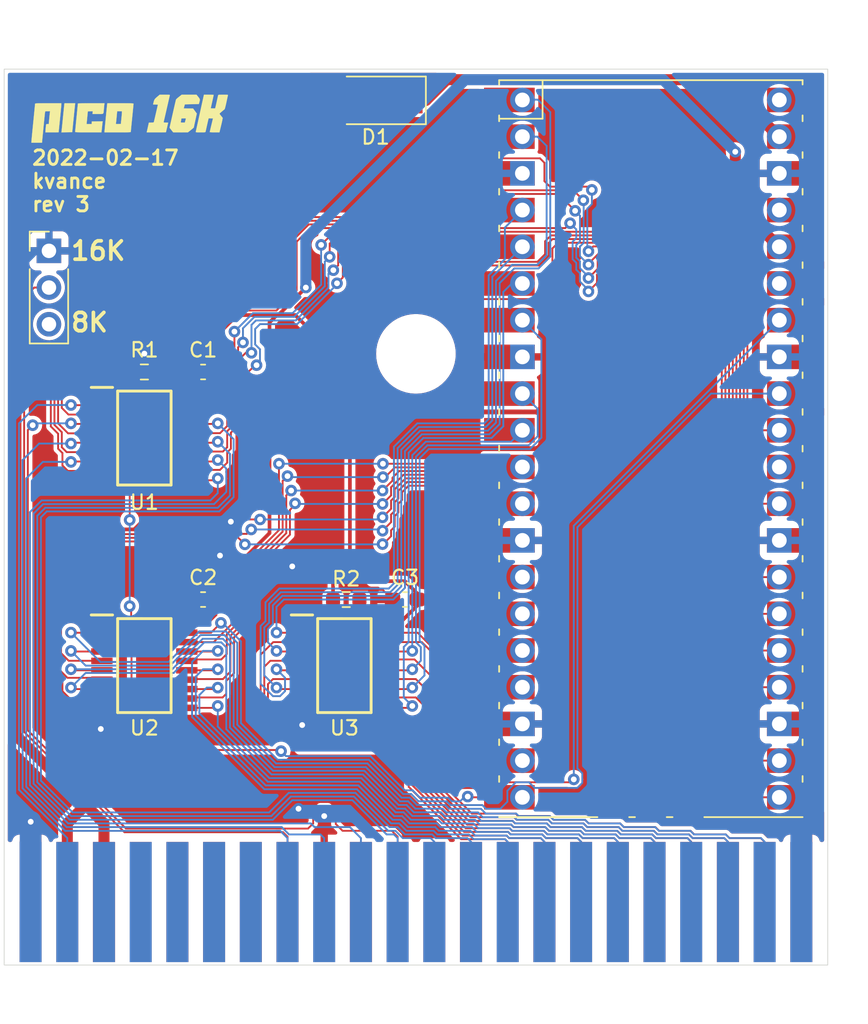
<source format=kicad_pcb>
(kicad_pcb (version 20211014) (generator pcbnew)
  (layers (0 "F.Cu" signal) (31 "B.Cu" signal) (34 "B.Paste" user) (35 "F.Paste" user) (36 "B.SilkS" user "B.Silkscreen") (37 "F.SilkS" user "F.Silkscreen") (38 "B.Mask" user) (39 "F.Mask" user) (44 "Edge.Cuts" user))
  (net 0 "")
  (net 1 "GND")
  (net 2 "+5V")
  (net 3 "+3V3")
  (net 5 "/a0")
  (net 6 "/a7pico")
  (net 7 "/a1")
  (net 8 "/a6pico")
  (net 9 "/a2")
  (net 10 "/a5pico")
  (net 11 "/a3")
  (net 12 "/a4pico")
  (net 13 "/a4")
  (net 14 "/a3pico")
  (net 15 "/a5")
  (net 16 "/a2pico")
  (net 17 "/a6")
  (net 18 "/a1pico")
  (net 19 "/a7")
  (net 20 "/a0pico")
  (net 21 "/d0pico")
  (net 22 "/d1pico")
  (net 23 "/d2pico")
  (net 24 "/d3pico")
  (net 25 "/d4pico")
  (net 26 "/d5pico")
  (net 27 "/d6pico")
  (net 28 "/d7pico")
  (net 29 "/d7")
  (net 30 "/d6")
  (net 31 "/d5")
  (net 32 "/d4")
  (net 33 "/d3")
  (net 34 "/d2")
  (net 35 "/d1")
  (net 36 "/d0")
  (net 37 "/a8pico")
  (net 39 "/a9pico")
  (net 41 "/a10pico")
  (net 42 "/a12")
  (net 43 "/a11pico")
  (net 44 "/a11")
  (net 45 "/a12pico")
  (net 46 "/a10")
  (net 48 "/a9")
  (net 49 "/a8")
  (net 50 "Net-(D1-Pad1)")
  (net 51 "Net-(J1-Pad8)")
  (net 53 "/a13")
  (net 55 "/a13pico")
  (net 56 "roml")
  (net 59 "romh")
  (net 62 "/romlpico")
  (net 68 "/romhpico")
  (net 69 "oe")
  (net 71 "ie")
  (footprint "Resistor_SMD:R_0603_1608Metric_Pad0.98x0.95mm_HandSolder" (layer "F.Cu") (at 141.986 82.042)
    (fp_text reference "R2")
    (fp_text value "10KΩ")
  )
  (footprint "Capacitor_SMD:C_0603_1608Metric_Pad1.08x0.95mm_HandSolder" (layer "F.Cu") (at 132.08 82.042 180)
    (fp_text reference "C2")
    (fp_text value "0.1μF")
  )
  (footprint "picocart:SOP65P640X120-20N" (layer "F.Cu") (at 141.859 86.614)
    (fp_text reference "U3")
    (fp_text value "SN74LV244APWR" hide)
  )
  (footprint "Capacitor_SMD:C_0603_1608Metric_Pad1.08x0.95mm_HandSolder" (layer "F.Cu") (at 132.08 66.294 180)
    (fp_text reference "C1")
    (fp_text value "0.1μF")
  )
  (footprint "picocart:SOP65P640X120-20N" (layer "F.Cu") (at 128.016 86.614)
    (fp_text reference "U2")
    (fp_text value "SN74LV244APWR" hide)
  )
  (footprint "Connector_PinHeader_2.54mm:PinHeader_1x03_P2.54mm_Vertical" (layer "F.Cu") (at 121.412 57.912)
    (fp_text reference "SW1" hide)
    (fp_text value "SW_SPST")
  )
  (footprint "Resistor_SMD:R_0603_1608Metric_Pad0.98x0.95mm_HandSolder" (layer "F.Cu") (at 128.016 66.294 180)
    (fp_text reference "R1")
    (fp_text value "10KΩ")
  )
  (footprint "picocart:logo" (layer "F.Cu") (at 126.992943 49.604083)
    (fp_text reference "Ref**" hide)
    (fp_text value "Val**" hide)
  )
  (footprint "Diode_SMD:D_SMA" (layer "F.Cu") (at 144.018 47.498 180)
    (fp_text reference "D1")
    (fp_text value "D_Schottky")
  )
  (footprint "picocart:C64ExpansionEdgeShort" (layer "F.Cu") (at 146.812 91.1998)
    (fp_text reference "J1")
    (fp_text value "ExpansionPort")
  )
  (footprint "Capacitor_SMD:C_0603_1608Metric_Pad1.08x0.95mm_HandSolder" (layer "F.Cu") (at 146.05 82.042 180)
    (fp_text reference "C3")
    (fp_text value "0.1μF")
  )
  (footprint "picocart:SOP65P640X120-20N" (layer "F.Cu") (at 128.016 70.866)
    (fp_text reference "U1")
    (fp_text value "SN74LV244APWR" hide)
  )
  (footprint "picocart:RPi_Pico_SMD_TH" (layer "F.Cu") (at 163.068 71.6)
    (fp_text reference "J2" hide)
    (fp_text value "Pico")
  )
  (footprint "MountingHole:MountingHole_5mm" (layer "F.Cu") (at 146.81 65.04)
    (fp_text reference "REF**" hide)
    (fp_text value "MountingHole_5mm")
  )
  (gr_rect (start 175.312 107.336) (end 118.312 45.336) (layer "Edge.Cuts") (width 0.05) (fill none))
  (gr_text "2022-02-17\nkvance\nrev 3" (at 120.142 53.086) (layer "F.SilkS") (effects (font (size 1 1) (thickness 0.2)) (justify left)))
  (segment (start 138.921 90.7118) (end 138.938 90.7288) (width 0.127) (layer "F.Cu") (net 1))
  (segment (start 138.921 89.539) (end 138.921 90.7118) (width 0.127) (layer "F.Cu") (net 1))
  (segment (start 173.49 98.82) (end 173.49 97.62) (width 1.5) (layer "F.Cu") (net 1))
  (segment (start 139.82348 81.32348) (end 138.25 79.75) (width 0.254) (layer "F.Cu") (net 1))
  (segment (start 130.302 65.278) (end 130.048 65.532) (width 0.254) (layer "F.Cu") (net 1))
  (segment (start 141.86252 81.9305) (end 141.86252 82.92748) (width 0.127) (layer "F.Cu") (net 1))
  (segment (start 145.1875 82.042) (end 144.52248 81.37698) (width 0.127) (layer "F.Cu") (net 1))
  (segment (start 128.27 67.31) (end 128.016 67.056) (width 0.254) (layer "F.Cu") (net 1))
  (segment (start 141.86252 82.92748) (end 139.82348 82.92748) (width 0.254) (layer "F.Cu") (net 1))
  (segment (start 142.41604 81.37698) (end 141.86252 81.9305) (width 0.127) (layer "F.Cu") (net 1))
  (segment (start 125.078 75.828) (end 126.439511 77.189511) (width 0.254) (layer "F.Cu") (net 1))
  (segment (start 130.048 67.056) (end 129.794 67.31) (width 0.254) (layer "F.Cu") (net 1))
  (segment (start 131.2175 65.4315) (end 131.064 65.278) (width 0.254) (layer "F.Cu") (net 1))
  (segment (start 133.90296 76.75) (end 134 76.65296) (width 0.254) (layer "F.Cu") (net 1))
  (segment (start 120.15 98.8118) (end 120.15 97.42) (width 1.5) (layer "F.Cu") (net 1))
  (segment (start 131.2175 66.294) (end 131.2175 65.4315) (width 0.254) (layer "F.Cu") (net 1))
  (segment (start 129.794 67.31) (end 128.27 67.31) (width 0.254) (layer "F.Cu") (net 1))
  (segment (start 131.064 65.278) (end 130.302 65.278) (width 0.254) (layer "F.Cu") (net 1))
  (segment (start 127.75 76.75) (end 128.75 76.75) (width 0.254) (layer "F.Cu") (net 1))
  (segment (start 139.82348 82.92748) (end 139.82348 81.32348) (width 0.254) (layer "F.Cu") (net 1))
  (segment (start 127.310489 77.189511) (end 127.75 76.75) (width 0.254) (layer "F.Cu") (net 1))
  (segment (start 128.016 67.056) (end 128.016 65.024) (width 0.254) (layer "F.Cu") (net 1))
  (segment (start 120.142 98.8198) (end 120.15 98.8118) (width 1.5) (layer "F.Cu") (net 1))
  (segment (start 126.439511 77.189511) (end 127.310489 77.189511) (width 0.254) (layer "F.Cu") (net 1))
  (segment (start 128.75 76.75) (end 133.90296 76.75) (width 0.254) (layer "F.Cu") (net 1))
  (segment (start 144.52248 81.37698) (end 142.41604 81.37698) (width 0.127) (layer "F.Cu") (net 1))
  (segment (start 130.048 65.532) (end 130.048 67.056) (width 0.254) (layer "F.Cu") (net 1))
  (segment (start 125.078 73.791) (end 125.078 75.828) (width 0.254) (layer "F.Cu") (net 1))
  (segment (start 140.462 98.8198) (end 140.462 97.028) (width 0.254) (layer "F.Cu") (net 1))
  (via (at 138.938 90.7288) (size 0.8) (drill 0.4) (layers "F.Cu" "B.Cu") (net 1))
  (via (at 125 91) (size 0.8) (drill 0.4) (layers "F.Cu" "B.Cu") (net 1))
  (via (at 128.016 65.024) (size 0.8) (drill 0.4) (layers "F.Cu" "B.Cu") (net 1))
  (via (at 140.462 97.028) (size 0.8) (drill 0.4) (layers "F.Cu" "B.Cu") (net 1))
  (via (at 120.15 97.42) (size 0.8) (drill 0.4) (layers "F.Cu" "B.Cu") (net 1))
  (via (at 138.684 96.52) (size 0.8) (drill 0.4) (layers "F.Cu" "B.Cu") (net 1))
  (via (at 138.25 79.75) (size 0.8) (drill 0.4) (layers "F.Cu" "B.Cu") (net 1))
  (via (at 133.25 79) (size 0.8) (drill 0.4) (layers "F.Cu" "B.Cu") (net 1))
  (via (at 134 76.65296) (size 0.8) (drill 0.4) (layers "F.Cu" "B.Cu") (net 1))
  (segment (start 139.192 97.028) (end 138.684 96.52) (width 0.254) (layer "B.Cu") (net 1))
  (segment (start 120.142 98.8008) (end 120.142 97.409) (width 1.5) (layer "B.Cu") (net 1))
  (segment (start 118.89252 96.16252) (end 118.89252 59.49848) (width 0.508) (layer "B.Cu") (net 1))
  (segment (start 134 79.75) (end 133.25 79) (width 0.254) (layer "B.Cu") (net 1))
  (segment (start 173.482 98.9939) (end 173.482 97.6021) (width 1.5) (layer "B.Cu") (net 1))
  (segment (start 138.25 79.75) (end 134 79.75) (width 0.254) (layer "B.Cu") (net 1))
  (segment (start 140.462 97.028) (end 139.192 97.028) (width 0.254) (layer "B.Cu") (net 1))
  (segment (start 118.89252 59.49848) (end 120.479 57.912) (width 0.508) (layer "B.Cu") (net 1))
  (segment (start 120.15 97.42) (end 118.89252 96.16252) (width 0.508) (layer "B.Cu") (net 1))
  (segment (start 120.479 57.912) (end 121.412 57.912) (width 0.508) (layer "B.Cu") (net 1))
  (segment (start 125.222 97.536) (end 123.952 96.266) (width 0.762) (layer "F.Cu") (net 2))
  (segment (start 122.682 97.536) (end 123.952 96.266) (width 0.762) (layer "F.Cu") (net 2))
  (segment (start 125.222 98.8198) (end 125.222 97.536) (width 0.762) (layer "F.Cu") (net 2))
  (segment (start 119.126 47.498) (end 119.126 91.44) (width 0.762) (layer "F.Cu") (net 2))
  (segment (start 119.126 91.44) (end 123.952 96.266) (width 0.762) (layer "F.Cu") (net 2))
  (segment (start 140.208 47.498) (end 138.938 46.228) (width 0.762) (layer "F.Cu") (net 2))
  (segment (start 122.682 98.8198) (end 122.682 97.536) (width 0.762) (layer "F.Cu") (net 2))
  (segment (start 120.396 46.228) (end 119.126 47.498) (width 0.762) (layer "F.Cu") (net 2))
  (segment (start 142.018 47.498) (end 140.208 47.498) (width 0.762) (layer "F.Cu") (net 2))
  (segment (start 138.938 46.228) (end 120.396 46.228) (width 0.762) (layer "F.Cu") (net 2))
  (segment (start 146.05 80.772) (end 146.9125 81.6345) (width 0.254) (layer "F.Cu") (net 3))
  (segment (start 132.9425 82.042) (end 132.9425 81.1795) (width 0.254) (layer "F.Cu") (net 3))
  (segment (start 143.764 80.772) (end 146.05 80.772) (width 0.254) (layer "F.Cu") (net 3))
  (segment (start 136.6774 62.865) (end 136.6774 77.4446) (width 0.254) (layer "F.Cu") (net 3))
  (segment (start 131.957 67.941) (end 132.9425 66.9555) (width 0.254) (layer "F.Cu") (net 3))
  (segment (start 132.9425 81.1795) (end 136.6774 77.4446) (width 0.254) (layer "F.Cu") (net 3))
  (segment (start 132.9425 66.9555) (end 132.9425 66.294) (width 0.254) (layer "F.Cu") (net 3))
  (segment (start 130.954 83.689) (end 132.338 83.689) (width 0.254) (layer "F.Cu") (net 3))
  (segment (start 142.24 66.1416) (end 142.24 79.502) (width 0.254) (layer "F.Cu") (net 3))
  (segment (start 128.9285 63.6035) (end 128.9285 66.294) (width 0.254) (layer "F.Cu") (net 3))
  (segment (start 139.192 60.452) (end 137.287 62.357) (width 0.254) (layer "F.Cu") (net 3))
  (segment (start 137.287 62.357) (end 137.1854 62.357) (width 0.254) (layer "F.Cu") (net 3))
  (segment (start 142.24 79.502) (end 142.494 79.502) (width 0.254) (layer "F.Cu") (net 3))
  (segment (start 146.9125 81.6345) (end 146.9125 82.042) (width 0.254) (layer "F.Cu") (net 3))
  (segment (start 137.1854 62.357) (end 136.6774 62.865) (width 0.254) (layer "F.Cu") (net 3))
  (segment (start 130.175 62.357) (end 128.9285 63.6035) (width 0.254) (layer "F.Cu") (net 3))
  (segment (start 171.958 57.658) (end 168.91 54.61) (width 0.762) (layer "F.Cu") (net 3))
  (segment (start 141.986 79.502) (end 141.0735 80.4145) (width 0.254) (layer "F.Cu") (net 3))
  (segment (start 144.797 83.689) (end 145.673 83.689) (width 0.254) (layer "F.Cu") (net 3))
  (segment (start 132.9425 83.0845) (end 132.9425 82.042) (width 0.254) (layer "F.Cu") (net 3))
  (segment (start 130.175 62.357) (end 137.1854 62.357) (width 0.254) (layer "F.Cu") (net 3))
  (segment (start 146.9125 82.4495) (end 146.9125 82.042) (width 0.254) (layer "F.Cu") (net 3))
  (segment (start 142.494 79.502) (end 143.764 80.772) (width 0.254) (layer "F.Cu") (net 3))
  (segment (start 132.9425 63.8545) (end 134.44 62.357) (width 0.254) (layer "F.Cu") (net 3))
  (segment (start 145.673 83.689) (end 146.9125 82.4495) (width 0.254) (layer "F.Cu") (net 3))
  (segment (start 137.287 62.357) (end 138.4554 62.357) (width 0.254) (layer "F.Cu") (net 3))
  (segment (start 141.0735 80.4145) (end 141.0735 82.042) (width 0.254) (layer "F.Cu") (net 3))
  (segment (start 138.4554 62.357) (end 142.24 66.1416) (width 0.254) (layer "F.Cu") (net 3))
  (segment (start 132.9425 66.294) (end 132.9425 63.8545) (width 0.254) (layer "F.Cu") (net 3))
  (segment (start 168.91 54.61) (end 168.91 51.054) (width 0.762) (layer "F.Cu") (net 3))
  (segment (start 142.24 79.502) (end 141.986 79.502) (width 0.254) (layer "F.Cu") (net 3))
  (segment (start 130.954 67.941) (end 131.957 67.941) (width 0.254) (layer "F.Cu") (net 3))
  (segment (start 132.338 83.689) (end 132.9425 83.0845) (width 0.254) (layer "F.Cu") (net 3))
  (via (at 168.91 51.054) (size 0.8) (drill 0.4) (layers "F.Cu" "B.Cu") (net 3))
  (via (at 139.192 60.452) (size 0.8) (drill 0.4) (layers "F.Cu" "B.Cu") (net 3))
  (segment (start 163.923489 46.067489) (end 150.207489 46.067489) (width 0.762) (layer "B.Cu") (net 3))
  (segment (start 139.192 57.082978) (end 139.192 60.452) (width 0.762) (layer "B.Cu") (net 3))
  (segment (start 150.207489 46.067489) (end 139.192 57.082978) (width 0.762) (layer "B.Cu") (net 3))
  (segment (start 168.91 51.054) (end 163.923489 46.067489) (width 0.762) (layer "B.Cu") (net 3))
  (segment (start 125.078 84.339) (end 122.947 84.339) (width 0.127) (layer "F.Cu") (net 5))
  (segment (start 122.947 84.339) (end 122.936 84.328) (width 0.127) (layer "F.Cu") (net 5))
  (via (at 122.936 84.328) (size 0.8) (drill 0.4) (layers "F.Cu" "B.Cu") (net 5))
  (segment (start 134.446571 90.698975) (end 134.446571 85.038574) (width 0.127) (layer "B.Cu") (net 5))
  (segment (start 160.948047 97.537921) (end 158.766579 97.537921) (width 0.127) (layer "B.Cu") (net 5))
  (segment (start 158.766579 97.537921) (end 158.511617 97.28296) (width 0.127) (layer "B.Cu") (net 5))
  (segment (start 151.303811 96.52096) (end 149.098 96.52096) (width 0.127) (layer "B.Cu") (net 5))
  (segment (start 148.837152 96.260112) (end 146.880366 96.260112) (width 0.127) (layer "B.Cu") (net 5))
  (segment (start 170.688 98.552) (end 168.506532 98.552) (width 0.127) (layer "B.Cu") (net 5))
  (segment (start 170.942 98.806) (end 170.688 98.552) (width 0.127) (layer "B.Cu") (net 5))
  (segment (start 146.373322 95.75307) (end 145.820385 95.75307) (width 0.127) (layer "B.Cu") (net 5))
  (segment (start 145.820385 95.75307) (end 143.451874 93.384561) (width 0.127) (layer "B.Cu") (net 5))
  (segment (start 149.098 96.52096) (end 148.837152 96.260112) (width 0.127) (layer "B.Cu") (net 5))
  (segment (start 168.506532 98.552) (end 168.253011 98.29848) (width 0.127) (layer "B.Cu") (net 5))
  (segment (start 165.803743 98.04448) (end 163.622274 98.04448) (width 0.127) (layer "B.Cu") (net 5))
  (segment (start 153.748749 96.855149) (end 151.638 96.855149) (width 0.127) (layer "B.Cu") (net 5))
  (segment (start 153.924 97.0304) (end 153.748749 96.855149) (width 0.127) (layer "B.Cu") (net 5))
  (segment (start 137.132157 93.384561) (end 134.446571 90.698975) (width 0.127) (layer "B.Cu") (net 5))
  (segment (start 163.622274 98.04448) (end 163.368273 97.79048) (width 0.127) (layer "B.Cu") (net 5))
  (segment (start 134.446571 85.038574) (end 133.655426 84.247429) (width 0.127) (layer "B.Cu") (net 5))
  (segment (start 170.942 98.8198) (end 170.942 98.806) (width 0.127) (layer "B.Cu") (net 5))
  (segment (start 143.451874 93.384561) (end 137.132157 93.384561) (width 0.127) (layer "B.Cu") (net 5))
  (segment (start 124.96896 86.36096) (end 122.936 84.328) (width 0.127) (layer "B.Cu") (net 5))
  (segment (start 166.057744 98.29848) (end 165.803743 98.04448) (width 0.127) (layer "B.Cu") (net 5))
  (segment (start 156.330147 97.28296) (end 156.077586 97.0304) (width 0.127) (layer "B.Cu") (net 5))
  (segment (start 168.253011 98.29848) (end 166.057744 98.29848) (width 0.127) (layer "B.Cu") (net 5))
  (segment (start 158.511617 97.28296) (end 156.330147 97.28296) (width 0.127) (layer "B.Cu") (net 5))
  (segment (start 131.802039 84.247429) (end 129.688508 86.36096) (width 0.127) (layer "B.Cu") (net 5))
  (segment (start 163.368273 97.79048) (end 161.200607 97.79048) (width 0.127) (layer "B.Cu") (net 5))
  (segment (start 146.880366 96.260112) (end 146.373322 95.75307) (width 0.127) (layer "B.Cu") (net 5))
  (segment (start 156.077586 97.0304) (end 153.924 97.0304) (width 0.127) (layer "B.Cu") (net 5))
  (segment (start 129.688508 86.36096) (end 124.96896 86.36096) (width 0.127) (layer "B.Cu") (net 5))
  (segment (start 161.200607 97.79048) (end 160.948047 97.537921) (width 0.127) (layer "B.Cu") (net 5))
  (segment (start 151.638 96.855149) (end 151.303811 96.52096) (width 0.127) (layer "B.Cu") (net 5))
  (segment (start 133.655426 84.247429) (end 131.802039 84.247429) (width 0.127) (layer "B.Cu") (net 5))
  (segment (start 128.016 92.456) (end 137.396515 92.456) (width 0.127) (layer "F.Cu") (net 6))
  (segment (start 125.078 84.989) (end 126.518 84.989) (width 0.127) (layer "F.Cu") (net 6))
  (segment (start 137.475093 92.534578) (end 137.396515 92.456) (width 0.127) (layer "F.Cu") (net 6))
  (segment (start 150.446697 95.73) (end 150.394137 95.67744) (width 0.127) (layer "F.Cu") (net 6))
  (segment (start 126.518 84.989) (end 127.127 85.598) (width 0.127) (layer "F.Cu") (net 6))
  (segment (start 127.127 91.567) (end 128.016 92.456) (width 0.127) (layer "F.Cu") (net 6))
  (segment (start 127.127 85.598) (end 127.127 91.567) (width 0.127) (layer "F.Cu") (net 6))
  (segment (start 154.178 95.73) (end 150.446697 95.73) (width 0.127) (layer "F.Cu") (net 6))
  (via (at 150.394137 95.67744) (size 0.8) (drill 0.4) (layers "F.Cu" "B.Cu") (net 6))
  (via (at 137.475093 92.534578) (size 0.8) (drill 0.4) (layers "F.Cu" "B.Cu") (net 6))
  (segment (start 149.306103 96.012) (end 149.047174 95.753072) (width 0.127) (layer "B.Cu") (net 6))
  (segment (start 147.090388 95.753072) (end 149.047174 95.753072) (width 0.127) (layer "B.Cu") (net 6))
  (segment (start 143.661896 92.877521) (end 146.030409 95.246031) (width 0.127) (layer "B.Cu") (net 6))
  (segment (start 149.86 96.012) (end 149.306103 96.012) (width 0.127) (layer "B.Cu") (net 6))
  (segment (start 146.583347 95.246031) (end 146.030409 95.246031) (width 0.127) (layer "B.Cu") (net 6))
  (segment (start 147.090388 95.753072) (end 146.583347 95.246031) (width 0.127) (layer "B.Cu") (net 6))
  (segment (start 137.818036 92.877521) (end 137.475093 92.534578) (width 0.127) (layer "B.Cu") (net 6))
  (segment (start 150.19456 95.67744) (end 149.86 96.012) (width 0.127) (layer "B.Cu") (net 6))
  (segment (start 150.394137 95.67744) (end 150.19456 95.67744) (width 0.127) (layer "B.Cu") (net 6))
  (segment (start 143.661896 92.877521) (end 137.818036 92.877521) (width 0.127) (layer "B.Cu") (net 6))
  (segment (start 125.078 85.639) (end 122.977 85.639) (width 0.127) (layer "F.Cu") (net 7))
  (segment (start 122.977 85.639) (end 122.936 85.598) (width 0.127) (layer "F.Cu") (net 7))
  (via (at 122.936 85.598) (size 0.8) (drill 0.4) (layers "F.Cu" "B.Cu") (net 7))
  (segment (start 145.715373 96.00659) (end 143.346863 93.638081) (width 0.127) (layer "B.Cu") (net 7))
  (segment (start 129.79352 86.61448) (end 123.95248 86.61448) (width 0.127) (layer "B.Cu") (net 7))
  (segment (start 153.615857 97.108669) (end 151.434388 97.108669) (width 0.127) (layer "B.Cu") (net 7))
  (segment (start 123.95248 86.61448) (end 122.936 85.598) (width 0.127) (layer "B.Cu") (net 7))
  (segment (start 165.952732 98.552) (end 165.698732 98.298) (width 0.127) (layer "B.Cu") (net 7))
  (segment (start 168.402 98.806) (end 168.148 98.552) (width 0.127) (layer "B.Cu") (net 7))
  (segment (start 163.517263 98.298) (end 163.263262 98.044) (width 0.127) (layer "B.Cu") (net 7))
  (segment (start 134.193051 90.803987) (end 134.193051 85.143585) (width 0.127) (layer "B.Cu") (net 7))
  (segment (start 133.550415 84.500949) (end 131.907051 84.500949) (width 0.127) (layer "B.Cu") (net 7))
  (segment (start 160.843036 97.791441) (end 158.661567 97.791441) (width 0.127) (layer "B.Cu") (net 7))
  (segment (start 161.095595 98.044) (end 160.843036 97.791441) (width 0.127) (layer "B.Cu") (net 7))
  (segment (start 143.346863 93.638081) (end 137.027145 93.638081) (width 0.127) (layer "B.Cu") (net 7))
  (segment (start 148.657885 96.513632) (end 146.775354 96.513632) (width 0.127) (layer "B.Cu") (net 7))
  (segment (start 151.100199 96.77448) (end 148.918733 96.77448) (width 0.127) (layer "B.Cu") (net 7))
  (segment (start 158.406606 97.53648) (end 156.225136 97.53648) (width 0.127) (layer "B.Cu") (net 7))
  (segment (start 158.661567 97.791441) (end 158.406606 97.53648) (width 0.127) (layer "B.Cu") (net 7))
  (segment (start 168.148 98.552) (end 165.952732 98.552) (width 0.127) (layer "B.Cu") (net 7))
  (segment (start 146.775354 96.513632) (end 146.268311 96.00659) (width 0.127) (layer "B.Cu") (net 7))
  (segment (start 156.225136 97.53648) (end 155.972575 97.28392) (width 0.127) (layer "B.Cu") (net 7))
  (segment (start 153.791108 97.28392) (end 153.615857 97.108669) (width 0.127) (layer "B.Cu") (net 7))
  (segment (start 148.918733 96.77448) (end 148.657885 96.513632) (width 0.127) (layer "B.Cu") (net 7))
  (segment (start 146.268311 96.00659) (end 145.715373 96.00659) (width 0.127) (layer "B.Cu") (net 7))
  (segment (start 134.193051 85.143585) (end 133.550415 84.500949) (width 0.127) (layer "B.Cu") (net 7))
  (segment (start 151.434388 97.108669) (end 151.100199 96.77448) (width 0.127) (layer "B.Cu") (net 7))
  (segment (start 168.402 98.8198) (end 168.402 98.806) (width 0.127) (layer "B.Cu") (net 7))
  (segment (start 163.263262 98.044) (end 161.095595 98.044) (width 0.127) (layer "B.Cu") (net 7))
  (segment (start 165.698732 98.298) (end 163.517263 98.298) (width 0.127) (layer "B.Cu") (net 7))
  (segment (start 155.972575 97.28392) (end 153.791108 97.28392) (width 0.127) (layer "B.Cu") (net 7))
  (segment (start 137.027145 93.638081) (end 134.193051 90.803987) (width 0.127) (layer "B.Cu") (net 7))
  (segment (start 131.907051 84.500949) (end 129.79352 86.61448) (width 0.127) (layer "B.Cu") (net 7))
  (segment (start 149.98592 80.811515) (end 149.98592 75.778579) (width 0.127) (layer "F.Cu") (net 8))
  (segment (start 151 92.75) (end 151 88.108532) (width 0.127) (layer "F.Cu") (net 8))
  (segment (start 149.448056 74.16512) (end 146.301944 74.16512) (width 0.127) (layer "F.Cu") (net 8))
  (segment (start 145.597051 75.405048) (end 145.597051 76.01148) (width 0.127) (layer "F.Cu") (net 8))
  (segment (start 134.5 77.75) (end 134.973905 78.223905) (width 0.127) (layer "F.Cu") (net 8))
  (segment (start 127.726491 78.023509) (end 128 77.75) (width 0.127) (layer "F.Cu") (net 8))
  (segment (start 145.850571 74.616493) (end 145.850571 75.151527) (width 0.127) (layer "F.Cu") (net 8))
  (segment (start 145.343531 76.99648) (end 145.090011 77.25) (width 0.127) (layer "F.Cu") (net 8))
  (segment (start 150.49296 85.460022) (end 150.49296 83.318555) (width 0.127) (layer "F.Cu") (net 8))
  (segment (start 145.343531 76.265001) (end 145.343531 76.99648) (width 0.127) (layer "F.Cu") (net 8))
  (segment (start 122.25 85.75) (end 122.25 78.5) (width 0.127) (layer "F.Cu") (net 8))
  (segment (start 150.49296 83.318555) (end 150.23944 83.065035) (width 0.127) (layer "F.Cu") (net 8))
  (segment (start 150.74648 87.855012) (end 150.74648 85.713542) (width 0.127) (layer "F.Cu") (net 8))
  (segment (start 149.7324 75.525059) (end 149.7324 74.449464) (width 0.127) (layer "F.Cu") (net 8))
  (segment (start 150.74648 85.713542) (end 150.49296 85.460022) (width 0.127) (layer "F.Cu") (net 8))
  (segment (start 146.301944 74.16512) (end 145.850571 74.616493) (width 0.127) (layer "F.Cu") (net 8))
  (segment (start 151.44 93.19) (end 151 92.75) (width 0.127) (layer "F.Cu") (net 8))
  (segment (start 145.597051 76.01148) (end 145.343531 76.265001) (width 0.127) (layer "F.Cu") (net 8))
  (segment (start 154.178 93.19) (end 151.44 93.19) (width 0.127) (layer "F.Cu") (net 8))
  (segment (start 145.850571 75.151527) (end 145.597051 75.405048) (width 0.127) (layer "F.Cu") (net 8))
  (segment (start 122.777989 86.277989) (end 122.25 85.75) (width 0.127) (layer "F.Cu") (net 8))
  (segment (start 125.066989 86.277989) (end 122.777989 86.277989) (width 0.127) (layer "F.Cu") (net 8))
  (segment (start 151 88.108532) (end 150.74648 87.855012) (width 0.127) (layer "F.Cu") (net 8))
  (segment (start 145.090011 77.25) (end 145.090011 77.659989) (width 0.127) (layer "F.Cu") (net 8))
  (segment (start 144.543988 78.206012) (end 144.5 78.206012) (width 0.127) (layer "F.Cu") (net 8))
  (segment (start 150.23944 81.065035) (end 149.98592 80.811515) (width 0.127) (layer "F.Cu") (net 8))
  (segment (start 145.090011 77.659989) (end 144.543988 78.206012) (width 0.127) (layer "F.Cu") (net 8))
  (segment (start 149.7324 74.449464) (end 149.448056 74.16512) (width 0.127) (layer "F.Cu") (net 8))
  (segment (start 128 77.75) (end 134.5 77.75) (width 0.127) (layer "F.Cu") (net 8))
  (segment (start 122.25 78.5) (end 122.726491 78.023509) (width 0.127) (layer "F.Cu") (net 8))
  (segment (start 150.23944 83.065035) (end 150.23944 81.065035) (width 0.127) (layer "F.Cu") (net 8))
  (segment (start 122.726491 78.023509) (end 127.726491 78.023509) (width 0.127) (layer "F.Cu") (net 8))
  (segment (start 149.98592 75.778579) (end 149.7324 75.525059) (width 0.127) (layer "F.Cu") (net 8))
  (via (at 134.973905 78.223905) (size 0.8) (drill 0.4) (layers "F.Cu" "B.Cu") (net 8))
  (via (at 144.5 78.206012) (size 0.8) (drill 0.4) (layers "F.Cu" "B.Cu") (net 8))
  (segment (start 144.482107 78.223905) (end 144.5 78.206012) (width 0.127) (layer "B.Cu") (net 8))
  (segment (start 134.973905 78.223905) (end 144.482107 78.223905) (width 0.127) (layer "B.Cu") (net 8))
  (segment (start 123.007 86.939) (end 122.936 86.868) (width 0.127) (layer "F.Cu") (net 9))
  (segment (start 125.078 86.939) (end 123.007 86.939) (width 0.127) (layer "F.Cu") (net 9))
  (via (at 122.936 86.868) (size 0.8) (drill 0.4) (layers "F.Cu" "B.Cu") (net 9))
  (segment (start 132.056999 84.754469) (end 133.445403 84.754469) (width 0.127) (layer "B.Cu") (net 9))
  (segment (start 146.163299 96.26011) (end 146.670342 96.767152) (width 0.127) (layer "B.Cu") (net 9))
  (segment (start 129.943468 86.868) (end 132.056999 84.754469) (width 0.127) (layer "B.Cu") (net 9))
  (segment (start 143.241852 93.891601) (end 145.610363 96.26011) (width 0.127) (layer "B.Cu") (net 9))
  (segment (start 151.329376 97.362189) (end 153.510845 97.362189) (width 0.127) (layer "B.Cu") (net 9))
  (segment (start 133.939531 90.908999) (end 136.922133 93.891601) (width 0.127) (layer "B.Cu") (net 9))
  (segment (start 148.552873 96.767152) (end 148.813721 97.028) (width 0.127) (layer "B.Cu") (net 9))
  (segment (start 148.813721 97.028) (end 150.995187 97.028) (width 0.127) (layer "B.Cu") (net 9))
  (segment (start 122.936 86.868) (end 129.943468 86.868) (width 0.127) (layer "B.Cu") (net 9))
  (segment (start 158.556555 98.044961) (end 160.738024 98.044961) (width 0.127) (layer "B.Cu") (net 9))
  (segment (start 163.412732 98.552) (end 165.5942 98.552) (width 0.127) (layer "B.Cu") (net 9))
  (segment (start 165.5942 98.552) (end 165.862 98.8198) (width 0.127) (layer "B.Cu") (net 9))
  (segment (start 160.991543 98.29848) (end 163.159211 98.29848) (width 0.127) (layer "B.Cu") (net 9))
  (segment (start 158.301594 97.79) (end 158.556555 98.044961) (width 0.127) (layer "B.Cu") (net 9))
  (segment (start 155.867564 97.53744) (end 156.120125 97.79) (width 0.127) (layer "B.Cu") (net 9))
  (segment (start 156.120125 97.79) (end 158.301594 97.79) (width 0.127) (layer "B.Cu") (net 9))
  (segment (start 136.922133 93.891601) (end 143.241852 93.891601) (width 0.127) (layer "B.Cu") (net 9))
  (segment (start 150.995187 97.028) (end 151.329376 97.362189) (width 0.127) (layer "B.Cu") (net 9))
  (segment (start 163.159211 98.29848) (end 163.412732 98.552) (width 0.127) (layer "B.Cu") (net 9))
  (segment (start 153.686096 97.53744) (end 155.867564 97.53744) (width 0.127) (layer "B.Cu") (net 9))
  (segment (start 145.610363 96.26011) (end 146.163299 96.26011) (width 0.127) (layer "B.Cu") (net 9))
  (segment (start 160.738024 98.044961) (end 160.991543 98.29848) (width 0.127) (layer "B.Cu") (net 9))
  (segment (start 146.670342 96.767152) (end 148.552873 96.767152) (width 0.127) (layer "B.Cu") (net 9))
  (segment (start 133.445403 84.754469) (end 133.939531 85.248597) (width 0.127) (layer "B.Cu") (net 9))
  (segment (start 153.510845 97.362189) (end 153.686096 97.53744) (width 0.127) (layer "B.Cu") (net 9))
  (segment (start 133.939531 85.248597) (end 133.939531 90.908999) (width 0.127) (layer "B.Cu") (net 9))
  (segment (start 122.195734 86.054266) (end 121.99648 85.855011) (width 0.127) (layer "F.Cu") (net 10))
  (segment (start 145.090011 76.159989) (end 145.343531 75.906469) (width 0.127) (layer "F.Cu") (net 10))
  (segment (start 151 85.608531) (end 151 87.75) (width 0.127) (layer "F.Cu") (net 10))
  (segment (start 121.99648 78.394988) (end 122.621479 77.769989) (width 0.127) (layer "F.Cu") (net 10))
  (segment (start 135.105036 77.49648) (end 135.408722 77.192794) (width 0.127) (layer "F.Cu") (net 10))
  (segment (start 150.49296 80.960024) (end 150.49296 82.960023) (width 0.127) (layer "F.Cu") (net 10))
  (segment (start 145.343531 75.906469) (end 145.343531 75.300036) (width 0.127) (layer "F.Cu") (net 10))
  (segment (start 144.5 77.279509) (end 145.090011 76.689498) (width 0.127) (layer "F.Cu") (net 10))
  (segment (start 150.49296 82.960023) (end 150.74648 83.213543) (width 0.127) (layer "F.Cu") (net 10))
  (segment (start 149.98592 75.420047) (end 150.23944 75.673567) (width 0.127) (layer "F.Cu") (net 10))
  (segment (start 145.597051 74.511481) (end 146.196932 73.9116) (width 0.127) (layer "F.Cu") (net 10))
  (segment (start 122.195734 86.962137) (end 122.195734 86.054266) (width 0.127) (layer "F.Cu") (net 10))
  (segment (start 150.74648 85.355011) (end 151 85.608531) (width 0.127) (layer "F.Cu") (net 10))
  (segment (start 150.23944 80.706504) (end 150.49296 80.960024) (width 0.127) (layer "F.Cu") (net 10))
  (segment (start 150.23944 75.673567) (end 150.23944 80.706504) (width 0.127) (layer "F.Cu") (net 10))
  (segment (start 145.090011 76.689498) (end 145.090011 76.159989) (width 0.127) (layer "F.Cu") (net 10))
  (segment (start 145.343531 75.300036) (end 145.597051 75.046516) (width 0.127) (layer "F.Cu") (net 10))
  (segment (start 127.862052 77.49648) (end 135.105036 77.49648) (width 0.127) (layer "F.Cu") (net 10))
  (segment (start 122.691608 87.458011) (end 122.195734 86.962137) (width 0.127) (layer "F.Cu") (net 10))
  (segment (start 127.588543 77.769989) (end 127.862052 77.49648) (width 0.127) (layer "F.Cu") (net 10))
  (segment (start 154.178 88.11) (end 151.36 88.11) (width 0.127) (layer "F.Cu") (net 10))
  (segment (start 124.947011 87.458011) (end 122.691608 87.458011) (width 0.127) (layer "F.Cu") (net 10))
  (segment (start 145.597051 75.046516) (end 145.597051 74.511481) (width 0.127) (layer "F.Cu") (net 10))
  (segment (start 146.196932 73.9116) (end 149.553068 73.9116) (width 0.127) (layer "F.Cu") (net 10))
  (segment (start 122.621479 77.769989) (end 127.588543 77.769989) (width 0.127) (layer "F.Cu") (net 10))
  (segment (start 150.74648 83.213543) (end 150.74648 85.355011) (width 0.127) (layer "F.Cu") (net 10))
  (segment (start 149.98592 74.344452) (end 149.98592 75.420047) (width 0.127) (layer "F.Cu") (net 10))
  (segment (start 149.553068 73.9116) (end 149.98592 74.344452) (width 0.127) (layer "F.Cu") (net 10))
  (segment (start 121.99648 85.855011) (end 121.99648 78.394988) (width 0.127) (layer "F.Cu") (net 10))
  (segment (start 151.36 88.11) (end 151 87.75) (width 0.127) (layer "F.Cu") (net 10))
  (via (at 135.408722 77.192794) (size 0.8) (drill 0.4) (layers "F.Cu" "B.Cu") (net 10))
  (via (at 144.5 77.279509) (size 0.8) (drill 0.4) (layers "F.Cu" "B.Cu") (net 10))
  (segment (start 135.408722 77.192794) (end 144.413285 77.192794) (width 0.127) (layer "B.Cu") (net 10))
  (segment (start 144.413285 77.192794) (end 144.5 77.279509) (width 0.127) (layer "B.Cu") (net 10))
  (segment (start 125.078 88.239) (end 123.037 88.239) (width 0.127) (layer "F.Cu") (net 11))
  (segment (start 123.037 88.239) (end 122.936 88.138) (width 0.127) (layer "F.Cu") (net 11))
  (via (at 122.936 88.138) (size 0.8) (drill 0.4) (layers "F.Cu" "B.Cu") (net 11))
  (segment (start 143.136841 94.145121) (end 145.505351 96.51363) (width 0.127) (layer "B.Cu") (net 11))
  (segment (start 146.058288 96.51363) (end 146.565329 97.020671) (width 0.127) (layer "B.Cu") (net 11))
  (segment (start 148.44786 97.020671) (end 148.70967 97.28248) (width 0.127) (layer "B.Cu") (net 11))
  (segment (start 136.817121 94.145121) (end 143.136841 94.145121) (width 0.127) (layer "B.Cu") (net 11))
  (segment (start 156.015594 98.044) (end 158.197062 98.044) (width 0.127) (layer "B.Cu") (net 11))
  (segment (start 150.891135 97.28248) (end 151.224365 97.615709) (width 0.127) (layer "B.Cu") (net 11))
  (segment (start 155.762553 97.79096) (end 156.015594 98.044) (width 0.127) (layer "B.Cu") (net 11))
  (segment (start 158.197062 98.044) (end 158.451543 98.29848) (width 0.127) (layer "B.Cu") (net 11))
  (segment (start 158.451543 98.29848) (end 160.633011 98.29848) (width 0.127) (layer "B.Cu") (net 11))
  (segment (start 133.686011 85.353608) (end 133.686011 91.014011) (width 0.127) (layer "B.Cu") (net 11))
  (segment (start 130.048 87.122) (end 132.162011 85.007989) (width 0.127) (layer "B.Cu") (net 11))
  (segment (start 145.505351 96.51363) (end 146.058288 96.51363) (width 0.127) (layer "B.Cu") (net 11))
  (segment (start 148.70967 97.28248) (end 150.891135 97.28248) (width 0.127) (layer "B.Cu") (net 11))
  (segment (start 163.0542 98.552) (end 163.322 98.8198) (width 0.127) (layer "B.Cu") (net 11))
  (segment (start 151.224365 97.615709) (end 153.405834 97.615709) (width 0.127) (layer "B.Cu") (net 11))
  (segment (start 123.952 87.122) (end 130.048 87.122) (width 0.127) (layer "B.Cu") (net 11))
  (segment (start 133.686011 91.014011) (end 136.817121 94.145121) (width 0.127) (layer "B.Cu") (net 11))
  (segment (start 132.162011 85.007989) (end 133.340392 85.007989) (width 0.127) (layer "B.Cu") (net 11))
  (segment (start 133.340392 85.007989) (end 133.686011 85.353608) (width 0.127) (layer "B.Cu") (net 11))
  (segment (start 160.633011 98.29848) (end 160.886532 98.552) (width 0.127) (layer "B.Cu") (net 11))
  (segment (start 122.936 88.138) (end 123.952 87.122) (width 0.127) (layer "B.Cu") (net 11))
  (segment (start 146.565329 97.020671) (end 148.44786 97.020671) (width 0.127) (layer "B.Cu") (net 11))
  (segment (start 153.405834 97.615709) (end 153.581085 97.79096) (width 0.127) (layer "B.Cu") (net 11))
  (segment (start 153.581085 97.79096) (end 155.762553 97.79096) (width 0.127) (layer "B.Cu") (net 11))
  (segment (start 160.886532 98.552) (end 163.0542 98.552) (width 0.127) (layer "B.Cu") (net 11))
  (segment (start 151 85.25) (end 151 83.108532) (width 0.127) (layer "F.Cu") (net 12))
  (segment (start 150.49296 80.601492) (end 150.49296 75.568555) (width 0.127) (layer "F.Cu") (net 12))
  (segment (start 151.32 85.57) (end 151 85.25) (width 0.127) (layer "F.Cu") (net 12))
  (segment (start 151 83.108532) (end 150.74648 82.855012) (width 0.127) (layer "F.Cu") (net 12))
  (segment (start 149.65808 73.65808) (end 146.09192 73.65808) (width 0.127) (layer "F.Cu") (net 12))
  (segment (start 150.74648 80.855012) (end 150.49296 80.601492) (width 0.127) (layer "F.Cu") (net 12))
  (segment (start 150.49296 75.568555) (end 150.23944 75.315035) (width 0.127) (layer "F.Cu") (net 12))
  (segment (start 134.25704 77.24296) (end 127.75704 77.24296) (width 0.127) (layer "F.Cu") (net 12))
  (segment (start 150.23944 74.23944) (end 149.65808 73.65808) (width 0.127) (layer "F.Cu") (net 12))
  (segment (start 122.345989 88.382392) (end 122.852597 88.889) (width 0.127) (layer "F.Cu") (net 12))
  (segment (start 121.742961 85.960024) (end 121.942214 86.159277) (width 0.127) (layer "F.Cu") (net 12))
  (segment (start 150.23944 75.315035) (end 150.23944 74.23944) (width 0.127) (layer "F.Cu") (net 12))
  (segment (start 150.74648 82.855012) (end 150.74648 80.855012) (width 0.127) (layer "F.Cu") (net 12))
  (segment (start 136.0239 76.5) (end 135 76.5) (width 0.127) (layer "F.Cu") (net 12))
  (segment (start 122.852597 88.889) (end 125.078 88.889) (width 0.127) (layer "F.Cu") (net 12))
  (segment (start 121.74296 78.289976) (end 122.516467 77.516469) (width 0.127) (layer "F.Cu") (net 12))
  (segment (start 145.343531 74.941504) (end 145.090011 75.195024) (width 0.127) (layer "F.Cu") (net 12))
  (segment (start 121.942214 86.159277) (end 121.942214 87.067148) (width 0.127) (layer "F.Cu") (net 12))
  (segment (start 122.516467 77.516469) (end 127.483531 77.516469) (width 0.127) (layer "F.Cu") (net 12))
  (segment (start 135 76.5) (end 134.25704 77.24296) (width 0.127) (layer "F.Cu") (net 12))
  (segment (start 127.75704 77.24296) (end 127.483531 77.516469) (width 0.127) (layer "F.Cu") (net 12))
  (segment (start 121.74296 85.960024) (end 121.742961 78.289976) (width 0.127) (layer "F.Cu") (net 12))
  (segment (start 145.090011 75.195024) (end 145.090011 75.762995) (width 0.127) (layer "F.Cu") (net 12))
  (segment (start 146.09192 73.65808) (end 145.343531 74.406469) (width 0.127) (layer "F.Cu") (net 12))
  (segment (start 122.345989 87.470924) (end 122.345989 88.382392) (width 0.127) (layer "F.Cu") (net 12))
  (segment (start 145.090011 75.762995) (end 144.5 76.353006) (width 0.127) (layer "F.Cu") (net 12))
  (segment (start 121.942214 87.067148) (end 122.345989 87.470924) (width 0.127) (layer "F.Cu") (net 12))
  (segment (start 145.343531 74.406469) (end 145.343531 74.941504) (width 0.127) (layer "F.Cu") (net 12))
  (segment (start 154.178 85.57) (end 151.32 85.57) (width 0.127) (layer "F.Cu") (net 12))
  (via (at 136.0239 76.5) (size 0.8) (drill 0.4) (layers "F.Cu" "B.Cu") (net 12))
  (via (at 144.5 76.353006) (size 0.8) (drill 0.4) (layers "F.Cu" "B.Cu") (net 12))
  (segment (start 136.0239 76.5) (end 144.353006 76.5) (width 0.127) (layer "B.Cu") (net 12))
  (segment (start 144.353006 76.5) (end 144.5 76.353006) (width 0.127) (layer "B.Cu") (net 12))
  (segment (start 132.965 89.539) (end 133.096 89.408) (width 0.127) (layer "F.Cu") (net 13))
  (segment (start 130.954 89.539) (end 132.965 89.539) (width 0.127) (layer "F.Cu") (net 13))
  (via (at 133.096 89.408) (size 0.8) (drill 0.4) (layers "F.Cu" "B.Cu") (net 13))
  (segment (start 153.300823 97.869229) (end 153.476074 98.04448) (width 0.127) (layer "B.Cu") (net 13))
  (segment (start 160.528 98.552) (end 158.346532 98.552) (width 0.127) (layer "B.Cu") (net 13))
  (segment (start 158.093011 98.29848) (end 155.911543 98.29848) (width 0.127) (layer "B.Cu") (net 13))
  (segment (start 160.782 98.8198) (end 160.782 98.806) (width 0.127) (layer "B.Cu") (net 13))
  (segment (start 160.782 98.806) (end 160.528 98.552) (width 0.127) (layer "B.Cu") (net 13))
  (segment (start 133.096 90.827468) (end 133.096 89.408) (width 0.127) (layer "B.Cu") (net 13))
  (segment (start 136.667173 94.398641) (end 133.096 90.827468) (width 0.127) (layer "B.Cu") (net 13))
  (segment (start 158.346532 98.552) (end 158.093011 98.29848) (width 0.127) (layer "B.Cu") (net 13))
  (segment (start 148.350658 97.282) (end 146.468126 97.282) (width 0.127) (layer "B.Cu") (net 13))
  (segment (start 145.400342 96.76715) (end 143.03183 94.398641) (width 0.127) (layer "B.Cu") (net 13))
  (segment (start 150.786124 97.536) (end 151.119353 97.869229) (width 0.127) (layer "B.Cu") (net 13))
  (segment (start 150.786124 97.536) (end 148.604658 97.536) (width 0.127) (layer "B.Cu") (net 13))
  (segment (start 155.911543 98.29848) (end 155.657542 98.04448) (width 0.127) (layer "B.Cu") (net 13))
  (segment (start 143.03183 94.398641) (end 136.667173 94.398641) (width 0.127) (layer "B.Cu") (net 13))
  (segment (start 151.119353 97.869229) (end 153.300823 97.869229) (width 0.127) (layer "B.Cu") (net 13))
  (segment (start 148.604658 97.536) (end 148.350658 97.282) (width 0.127) (layer "B.Cu") (net 13))
  (segment (start 145.953277 96.76715) (end 145.400342 96.76715) (width 0.127) (layer "B.Cu") (net 13))
  (segment (start 145.953277 96.76715) (end 146.468126 97.282) (width 0.127) (layer "B.Cu") (net 13))
  (segment (start 155.657542 98.04448) (end 153.476074 98.04448) (width 0.127) (layer "B.Cu") (net 13))
  (segment (start 145.090011 74.268521) (end 145.953972 73.40456) (width 0.127) (layer "F.Cu") (net 14))
  (segment (start 150.49296 75.210023) (end 150.49296 74.134428) (width 0.127) (layer "F.Cu") (net 14))
  (segment (start 145.090011 74.268521) (end 145.090011 74.836492) (width 0.127) (layer "F.Cu") (net 14))
  (segment (start 150.49296 74.134428) (end 149.763092 73.40456) (width 0.127) (layer "F.Cu") (net 14))
  (segment (start 150.74648 75.463543) (end 150.49296 75.210023) (width 0.127) (layer "F.Cu") (net 14))
  (segment (start 133.686011 87.672521) (end 134.226425 87.132107) (width 0.127) (layer "F.Cu") (net 14))
  (segment (start 150.74648 80.49648) (end 150.74648 75.463543) (width 0.127) (layer "F.Cu") (net 14))
  (segment (start 154.178 83.03) (end 151.28 83.03) (width 0.127) (layer "F.Cu") (net 14))
  (segment (start 134.226425 84.653408) (end 134.821759 84.058074) (width 0.127) (layer "F.Cu") (net 14))
  (segment (start 138.09146 75.83648) (end 138.42794 75.5) (width 0.127) (layer "F.Cu") (net 14))
  (segment (start 134.821759 84.058074) (end 134.821759 80.824171) (width 0.127) (layer "F.Cu") (net 14))
  (segment (start 138.09146 77.554468) (end 138.09146 75.83648) (width 0.127) (layer "F.Cu") (net 14))
  (segment (start 133.686011 88.563989) (end 133.686011 87.672521) (width 0.127) (layer "F.Cu") (net 14))
  (segment (start 151 82.75) (end 151 80.75) (width 0.127) (layer "F.Cu") (net 14))
  (segment (start 131.025011 88.817989) (end 133.432011 88.817989) (width 0.127) (layer "F.Cu") (net 14))
  (segment (start 134.226425 87.132107) (end 134.226425 84.653408) (width 0.127) (layer "F.Cu") (net 14))
  (segment (start 151.28 83.03) (end 151 82.75) (width 0.127) (layer "F.Cu") (net 14))
  (segment (start 151 80.75) (end 150.74648 80.49648) (width 0.127) (layer "F.Cu") (net 14))
  (segment (start 149.763092 73.40456) (end 145.953972 73.40456) (width 0.127) (layer "F.Cu") (net 14))
  (segment (start 134.821759 80.824171) (end 138.09146 77.554468) (width 0.127) (layer "F.Cu") (net 14))
  (segment (start 145.090011 74.836492) (end 144.5 75.426503) (width 0.127) (layer "F.Cu") (net 14))
  (segment (start 133.432011 88.817989) (end 133.686011 88.563989) (width 0.127) (layer "F.Cu") (net 14))
  (via (at 144.5 75.426503) (size 0.8) (drill 0.4) (layers "F.Cu" "B.Cu") (net 14))
  (via (at 138.444003 75.386415) (size 0.8) (drill 0.4) (layers "F.Cu" "B.Cu") (net 14))
  (segment (start 138.484091 75.426503) (end 138.444003 75.386415) (width 0.127) (layer "B.Cu") (net 14))
  (segment (start 144.5 75.426503) (end 138.484091 75.426503) (width 0.127) (layer "B.Cu") (net 14))
  (segment (start 130.954 88.239) (end 132.995 88.239) (width 0.127) (layer "F.Cu") (net 15))
  (segment (start 132.995 88.239) (end 133.096 88.138) (width 0.127) (layer "F.Cu") (net 15))
  (via (at 133.096 88.138) (size 0.8) (drill 0.4) (layers "F.Cu" "B.Cu") (net 15))
  (segment (start 145.30266 97.028) (end 145.855595 97.028) (width 0.127) (layer "B.Cu") (net 15))
  (segment (start 153.371063 98.298) (end 155.552531 98.298) (width 0.127) (layer "B.Cu") (net 15))
  (segment (start 158.242 98.806) (end 158.242 98.8198) (width 0.127) (layer "B.Cu") (net 15))
  (segment (start 131.82504 88.64696) (end 131.82504 89.91504) (width 0.127) (layer "B.Cu") (net 15))
  (segment (start 142.926819 94.652161) (end 145.30266 97.028) (width 0.127) (layer "B.Cu") (net 15))
  (segment (start 157.988 98.552) (end 158.242 98.806) (width 0.127) (layer "B.Cu") (net 15))
  (segment (start 148.246606 97.53648) (end 148.500126 97.79) (width 0.127) (layer "B.Cu") (net 15))
  (segment (start 136.562161 94.652161) (end 142.926819 94.652161) (width 0.127) (layer "B.Cu") (net 15))
  (segment (start 153.195812 98.122749) (end 153.371063 98.298) (width 0.127) (layer "B.Cu") (net 15))
  (segment (start 155.552531 98.298) (end 155.806532 98.552) (width 0.127) (layer "B.Cu") (net 15))
  (segment (start 133.096 88.138) (end 132.334 88.138) (width 0.127) (layer "B.Cu") (net 15))
  (segment (start 131.82504 89.91504) (end 136.562161 94.652161) (width 0.127) (layer "B.Cu") (net 15))
  (segment (start 146.364075 97.53648) (end 148.246606 97.53648) (width 0.127) (layer "B.Cu") (net 15))
  (segment (start 150.681593 97.79) (end 151.014343 98.122749) (width 0.127) (layer "B.Cu") (net 15))
  (segment (start 132.334 88.138) (end 131.82504 88.64696) (width 0.127) (layer "B.Cu") (net 15))
  (segment (start 145.855595 97.028) (end 146.364075 97.53648) (width 0.127) (layer "B.Cu") (net 15))
  (segment (start 148.500126 97.79) (end 150.681593 97.79) (width 0.127) (layer "B.Cu") (net 15))
  (segment (start 151.014343 98.122749) (end 153.195812 98.122749) (width 0.127) (layer "B.Cu") (net 15))
  (segment (start 155.806532 98.552) (end 157.988 98.552) (width 0.127) (layer "B.Cu") (net 15))
  (segment (start 133.452011 87.547989) (end 133.972905 87.027095) (width 0.127) (layer "F.Cu") (net 16))
  (segment (start 137.83794 74.83648) (end 137.83794 77.449456) (width 0.127) (layer "F.Cu") (net 16))
  (segment (start 133.972905 84.548397) (end 134.56824 83.95306) (width 0.127) (layer "F.Cu") (net 16))
  (segment (start 134.56824 83.95306) (end 134.56824 80.719158) (width 0.127) (layer "F.Cu") (net 16))
  (segment (start 145.186069 73.813931) (end 144.5 74.5) (width 0.127) (layer "F.Cu") (net 16))
  (segment (start 133.972905 87.027095) (end 133.972905 84.548397) (width 0.127) (layer "F.Cu") (net 16))
  (segment (start 150.74648 74.029417) (end 149.868103 73.15104) (width 0.127) (layer "F.Cu") (net 16))
  (segment (start 149.868103 73.15104) (end 145.65104 73.15104) (width 0.127) (layer "F.Cu") (net 16))
  (segment (start 151 80.25) (end 151 75.358532) (width 0.127) (layer "F.Cu") (net 16))
  (segment (start 130.995011 87.547989) (end 133.452011 87.547989) (width 0.127) (layer "F.Cu") (net 16))
  (segment (start 151 75.358532) (end 150.74648 75.105012) (width 0.127) (layer "F.Cu") (net 16))
  (segment (start 145.186069 73.616011) (end 145.186069 73.813931) (width 0.127) (layer "F.Cu") (net 16))
  (segment (start 145.65104 73.15104) (end 145.186069 73.616011) (width 0.127) (layer "F.Cu") (net 16))
  (segment (start 150.74648 75.105012) (end 150.74648 74.029417) (width 0.127) (layer "F.Cu") (net 16))
  (segment (start 154.178 80.49) (end 151.24 80.49) (width 0.127) (layer "F.Cu") (net 16))
  (segment (start 138.17442 74.5) (end 137.83794 74.83648) (width 0.127) (layer "F.Cu") (net 16))
  (segment (start 134.56824 80.719158) (end 137.83794 77.449456) (width 0.127) (layer "F.Cu") (net 16))
  (segment (start 151.24 80.49) (end 151 80.25) (width 0.127) (layer "F.Cu") (net 16))
  (via (at 144.5 74.5) (size 0.8) (drill 0.4) (layers "F.Cu" "B.Cu") (net 16))
  (via (at 138.17442 74.5) (size 0.8) (drill 0.4) (layers "F.Cu" "B.Cu") (net 16))
  (segment (start 144.5 74.5) (end 138.17442 74.5) (width 0.127) (layer "B.Cu") (net 16))
  (segment (start 130.954 86.939) (end 133.025 86.939) (width 0.127) (layer "F.Cu") (net 17))
  (segment (start 133.025 86.939) (end 133.096 86.868) (width 0.127) (layer "F.Cu") (net 17))
  (via (at 133.096 86.868) (size 0.8) (drill 0.4) (layers "F.Cu" "B.Cu") (net 17))
  (segment (start 145.751543 97.28248) (end 145.198608 97.28248) (width 0.127) (layer "B.Cu") (net 17))
  (segment (start 146.259064 97.79) (end 145.751543 97.28248) (width 0.127) (layer "B.Cu") (net 17))
  (segment (start 150.577062 98.044) (end 150.909332 98.376269) (width 0.127) (layer "B.Cu") (net 17))
  (segment (start 155.448 98.552) (end 153.266532 98.552) (width 0.127) (layer "B.Cu") (net 17))
  (segment (start 153.090801 98.376269) (end 153.266532 98.552) (width 0.127) (layer "B.Cu") (net 17))
  (segment (start 148.141594 97.79) (end 146.259064 97.79) (width 0.127) (layer "B.Cu") (net 17))
  (segment (start 132.08 86.868) (end 133.096 86.868) (width 0.127) (layer "B.Cu") (net 17))
  (segment (start 155.702 98.806) (end 155.448 98.552) (width 0.127) (layer "B.Cu") (net 17))
  (segment (start 131.57152 87.37648) (end 132.08 86.868) (width 0.127) (layer "B.Cu") (net 17))
  (segment (start 148.395594 98.044) (end 148.141594 97.79) (width 0.127) (layer "B.Cu") (net 17))
  (segment (start 136.412213 94.905681) (end 131.57152 90.064988) (width 0.127) (layer "B.Cu") (net 17))
  (segment (start 145.198608 97.28248) (end 142.821808 94.905681) (width 0.127) (layer "B.Cu") (net 17))
  (segment (start 150.577062 98.044) (end 148.395594 98.044) (width 0.127) (layer "B.Cu") (net 17))
  (segment (start 155.702 98.8198) (end 155.702 98.806) (width 0.127) (layer "B.Cu") (net 17))
  (segment (start 150.909332 98.376269) (end 153.090801 98.376269) (width 0.127) (layer "B.Cu") (net 17))
  (segment (start 142.821808 94.905681) (end 136.412213 94.905681) (width 0.127) (layer "B.Cu") (net 17))
  (segment (start 131.57152 90.064988) (end 131.57152 87.37648) (width 0.127) (layer "B.Cu") (net 17))
  (segment (start 145.35248 72.89752) (end 149.973115 72.89752) (width 0.127) (layer "F.Cu") (net 18))
  (segment (start 134.31472 80.614146) (end 137.58442 77.344445) (width 0.127) (layer "F.Cu") (net 18))
  (segment (start 137.58442 73.83648) (end 137.58442 77.344446) (width 0.127) (layer "F.Cu") (net 18))
  (segment (start 134.31472 83.848049) (end 134.31472 80.614146) (width 0.127) (layer "F.Cu") (net 18))
  (segment (start 144.526 73.570503) (end 144.679497 73.570503) (width 0.127) (layer "F.Cu") (net 18))
  (segment (start 133.340392 86.188011) (end 133.719385 85.809018) (width 0.127) (layer "F.Cu") (net 18))
  (segment (start 144.679497 73.570503) (end 145.35248 72.89752) (width 0.127) (layer "F.Cu") (net 18))
  (segment (start 131.054989 86.188011) (end 133.340392 86.188011) (width 0.127) (layer "F.Cu") (net 18))
  (segment (start 151 73.924405) (end 151 75) (width 0.127) (layer "F.Cu") (net 18))
  (segment (start 137.9209 73.5) (end 137.58442 73.83648) (width 0.127) (layer "F.Cu") (net 18))
  (segment (start 133.719385 85.809018) (end 133.719385 84.443385) (width 0.127) (layer "F.Cu") (net 18))
  (segment (start 151 75) (end 151.41 75.41) (width 0.127) (layer "F.Cu") (net 18))
  (segment (start 149.973115 72.89752) (end 151 73.924405) (width 0.127) (layer "F.Cu") (net 18))
  (segment (start 133.719385 84.443385) (end 134.31472 83.848049) (width 0.127) (layer "F.Cu") (net 18))
  (segment (start 151.41 75.41) (end 154.178 75.41) (width 0.127) (layer "F.Cu") (net 18))
  (via (at 137.9209 73.5) (size 0.8) (drill 0.4) (layers "F.Cu" "B.Cu") (net 18))
  (via (at 144.526 73.570503) (size 0.8) (drill 0.4) (layers "F.Cu" "B.Cu") (net 18))
  (segment (start 144.526 73.570503) (end 137.991403 73.570503) (width 0.127) (layer "B.Cu") (net 18))
  (segment (start 137.991403 73.570503) (end 137.9209 73.5) (width 0.127) (layer "B.Cu") (net 18))
  (segment (start 133.055 85.639) (end 133.096 85.598) (width 0.127) (layer "F.Cu") (net 19))
  (segment (start 130.954 85.639) (end 133.055 85.639) (width 0.127) (layer "F.Cu") (net 19))
  (via (at 133.096 85.598) (size 0.8) (drill 0.4) (layers "F.Cu" "B.Cu") (net 19))
  (segment (start 146.154532 98.044) (end 148.037062 98.044) (width 0.127) (layer "B.Cu") (net 19))
  (segment (start 153.162 98.806) (end 153.162 98.8198) (width 0.127) (layer "B.Cu") (net 19))
  (segment (start 132.08 85.598) (end 131.318 86.36) (width 0.127) (layer "B.Cu") (net 19))
  (segment (start 136.317429 95.169429) (end 142.727025 95.169429) (width 0.127) (layer "B.Cu") (net 19))
  (segment (start 145.646532 97.536) (end 146.154532 98.044) (width 0.127) (layer "B.Cu") (net 19))
  (segment (start 131.318 86.36) (end 131.318 90.17) (width 0.127) (layer "B.Cu") (net 19))
  (segment (start 142.727025 95.169429) (end 145.093596 97.536) (width 0.127) (layer "B.Cu") (net 19))
  (segment (start 133.096 85.598) (end 132.08 85.598) (width 0.127) (layer "B.Cu") (net 19))
  (segment (start 148.037062 98.044) (end 148.291063 98.298) (width 0.127) (layer "B.Cu") (net 19))
  (segment (start 152.985789 98.629789) (end 153.162 98.806) (width 0.127) (layer "B.Cu") (net 19))
  (segment (start 148.291063 98.298) (end 150.472531 98.298) (width 0.127) (layer "B.Cu") (net 19))
  (segment (start 150.472531 98.298) (end 150.804321 98.629789) (width 0.127) (layer "B.Cu") (net 19))
  (segment (start 145.093596 97.536) (end 145.646532 97.536) (width 0.127) (layer "B.Cu") (net 19))
  (segment (start 150.804321 98.629789) (end 152.985789 98.629789) (width 0.127) (layer "B.Cu") (net 19))
  (segment (start 131.318 90.17) (end 136.317429 95.169429) (width 0.127) (layer "B.Cu") (net 19))
  (segment (start 134.0612 83.743038) (end 134.0612 80.509134) (width 0.127) (layer "F.Cu") (net 20))
  (segment (start 144.526 72.644) (end 153.952 72.644) (width 0.127) (layer "F.Cu") (net 20))
  (segment (start 130.954 84.989) (end 132.815238 84.989) (width 0.127) (layer "F.Cu") (net 20))
  (segment (start 137.3309 77.239434) (end 137.3309 72.644) (width 0.127) (layer "F.Cu") (net 20))
  (segment (start 134.0612 80.509134) (end 137.3309 77.239434) (width 0.127) (layer "F.Cu") (net 20))
  (segment (start 132.815238 84.989) (end 134.0612 83.743038) (width 0.127) (layer "F.Cu") (net 20))
  (via (at 137.3309 72.644) (size 0.8) (drill 0.4) (layers "F.Cu" "B.Cu") (net 20))
  (via (at 144.526 72.644) (size 0.8) (drill 0.4) (layers "F.Cu" "B.Cu") (net 20))
  (segment (start 137.3309 72.644) (end 144.526 72.644) (width 0.127) (layer "B.Cu") (net 20))
  (segment (start 138.921 84.339) (end 137.171 84.339) (width 0.127) (layer "F.Cu") (net 21))
  (segment (start 137.171 84.339) (end 137.16 84.328) (width 0.127) (layer "F.Cu") (net 21))
  (via (at 137.16 84.328) (size 0.8) (drill 0.4) (layers "F.Cu" "B.Cu") (net 21))
  (segment (start 155.2448 47.4472) (end 154.2008 47.4472) (width 0.127) (layer "B.Cu") (net 21))
  (segment (start 151.894549 70.609451) (end 152.60368 69.90032) (width 0.127) (layer "B.Cu") (net 21))
  (segment (start 137.16 84.328) (end 137.16 82.55) (width 0.127) (layer "B.Cu") (net 21))
  (segment (start 152.60368 60.144298) (end 153.617989 59.129989) (width 0.127) (layer "B.Cu") (net 21))
  (segment (start 146.05 81.235064) (end 146.05 71.777468) (width 0.127) (layer "B.Cu") (net 21))
  (segment (start 152.60368 69.90032) (end 152.60368 60.144298) (width 0.127) (layer "B.Cu") (net 21))
  (segment (start 155.294389 59.129989) (end 156.1084 58.315978) (width 0.127) (layer "B.Cu") (net 21))
  (segment (start 137.16 82.55) (end 137.668 82.042) (width 0.127) (layer "B.Cu") (net 21))
  (segment (start 146.05 71.777468) (end 147.218017 70.609451) (width 0.127) (layer "B.Cu") (net 21))
  (segment (start 145.243064 82.042) (end 146.05 81.235064) (width 0.127) (layer "B.Cu") (net 21))
  (segment (start 137.668 82.042) (end 145.243064 82.042) (width 0.127) (layer "B.Cu") (net 21))
  (segment (start 156.1084 48.3108) (end 155.2448 47.4472) (width 0.127) (layer "B.Cu") (net 21))
  (segment (start 156.1084 58.315978) (end 156.1084 48.3108) (width 0.127) (layer "B.Cu") (net 21))
  (segment (start 153.617989 59.129989) (end 155.294389 59.129989) (width 0.127) (layer "B.Cu") (net 21))
  (segment (start 147.218017 70.609451) (end 151.894549 70.609451) (width 0.127) (layer "B.Cu") (net 21))
  (segment (start 138.921 85.639) (end 137.201 85.639) (width 0.127) (layer "F.Cu") (net 22))
  (segment (start 137.201 85.639) (end 137.16 85.598) (width 0.127) (layer "F.Cu") (net 22))
  (via (at 137.16 85.598) (size 0.8) (drill 0.4) (layers "F.Cu" "B.Cu") (net 22))
  (segment (start 152.35016 59.99384) (end 153.467531 58.876469) (width 0.127) (layer "B.Cu") (net 22))
  (segment (start 155.2168 50.01) (end 154.178 50.01) (width 0.127) (layer "B.Cu") (net 22))
  (segment (start 145.796 81.130532) (end 145.796 71.672936) (width 0.127) (layer "B.Cu") (net 22))
  (segment (start 155.85488 58.210966) (end 155.85488 50.64808) (width 0.127) (layer "B.Cu") (net 22))
  (segment (start 136.906 82.445468) (end 137.562988 81.78848) (width 0.127) (layer "B.Cu") (net 22))
  (segment (start 145.796 71.672936) (end 147.113005 70.355931) (width 0.127) (layer "B.Cu") (net 22))
  (segment (start 137.16 85.598) (end 136.569989 85.007989) (width 0.127) (layer "B.Cu") (net 22))
  (segment (start 155.189377 58.876469) (end 155.85488 58.210966) (width 0.127) (layer "B.Cu") (net 22))
  (segment (start 151.789537 70.355931) (end 152.35016 69.795308) (width 0.127) (layer "B.Cu") (net 22))
  (segment (start 153.467531 58.876469) (end 155.189377 58.876469) (width 0.127) (layer "B.Cu") (net 22))
  (segment (start 155.85488 50.64808) (end 155.2168 50.01) (width 0.127) (layer "B.Cu") (net 22))
  (segment (start 152.35016 69.795308) (end 152.35016 59.99384) (width 0.127) (layer "B.Cu") (net 22))
  (segment (start 137.562988 81.78848) (end 145.138052 81.78848) (width 0.127) (layer "B.Cu") (net 22))
  (segment (start 147.113005 70.355931) (end 151.789537 70.355931) (width 0.127) (layer "B.Cu") (net 22))
  (segment (start 136.906 83.747597) (end 136.906 82.445468) (width 0.127) (layer "B.Cu") (net 22))
  (segment (start 136.569989 84.083608) (end 136.906 83.747597) (width 0.127) (layer "B.Cu") (net 22))
  (segment (start 136.569989 85.007989) (end 136.569989 84.083608) (width 0.127) (layer "B.Cu") (net 22))
  (segment (start 145.138052 81.78848) (end 145.796 81.130532) (width 0.127) (layer "B.Cu") (net 22))
  (segment (start 138.921 86.939) (end 137.231 86.939) (width 0.127) (layer "F.Cu") (net 23))
  (segment (start 137.231 86.939) (end 137.16 86.868) (width 0.127) (layer "F.Cu") (net 23))
  (via (at 137.16 86.868) (size 0.8) (drill 0.4) (layers "F.Cu" "B.Cu") (net 23))
  (segment (start 151.84312 69.540348) (end 151.534577 69.848891) (width 0.127) (layer "B.Cu") (net 23))
  (segment (start 136.062949 87.875352) (end 136.915608 88.728011) (width 0.127) (layer "B.Cu") (net 23))
  (segment (start 137.750011 87.458011) (end 137.16 86.868) (width 0.127) (layer "B.Cu") (net 23))
  (segment (start 136.062949 83.873584) (end 136.062949 87.875352) (width 0.127) (layer "B.Cu") (net 23))
  (segment (start 145.288 80.921468) (end 144.928988 81.28048) (width 0.127) (layer "B.Cu") (net 23))
  (segment (start 144.928988 81.28048) (end 137.353924 81.28048) (width 0.127) (layer "B.Cu") (net 23))
  (segment (start 136.398 83.538533) (end 136.062949 83.873584) (width 0.127) (layer "B.Cu") (net 23))
  (segment (start 137.404392 88.728011) (end 137.750011 88.382392) (width 0.127) (layer "B.Cu") (net 23))
  (segment (start 151.534577 69.848891) (end 146.902982 69.848891) (width 0.127) (layer "B.Cu") (net 23))
  (segment (start 137.353924 81.28048) (end 136.398 82.236404) (width 0.127) (layer "B.Cu") (net 23))
  (segment (start 137.750011 88.382392) (end 137.750011 87.458011) (width 0.127) (layer "B.Cu") (net 23))
  (segment (start 145.288 71.463873) (end 145.288 80.921468) (width 0.127) (layer "B.Cu") (net 23))
  (segment (start 136.398 82.236404) (end 136.398 83.538533) (width 0.127) (layer "B.Cu") (net 23))
  (segment (start 151.84312 59.606349) (end 151.84312 69.540348) (width 0.127) (layer "B.Cu") (net 23))
  (segment (start 152.968734 56.299266) (end 152.968734 58.480734) (width 0.127) (layer "B.Cu") (net 23))
  (segment (start 136.915608 88.728011) (end 137.404392 88.728011) (width 0.127) (layer "B.Cu") (net 23))
  (segment (start 152.968734 58.480734) (end 151.84312 59.606349) (width 0.127) (layer "B.Cu") (net 23))
  (segment (start 154.178 55.09) (end 152.968734 56.299266) (width 0.127) (layer "B.Cu") (net 23))
  (segment (start 146.902982 69.848891) (end 145.288 71.463873) (width 0.127) (layer "B.Cu") (net 23))
  (segment (start 138.921 88.239) (end 137.261 88.239) (width 0.127) (layer "F.Cu") (net 24))
  (segment (start 137.261 88.239) (end 137.16 88.138) (width 0.127) (layer "F.Cu") (net 24))
  (via (at 137.16 88.138) (size 0.8) (drill 0.4) (layers "F.Cu" "B.Cu") (net 24))
  (segment (start 147.007994 70.102411) (end 145.542 71.568405) (width 0.127) (layer "B.Cu") (net 24))
  (segment (start 136.65248 82.340456) (end 137.458936 81.534) (width 0.127) (layer "B.Cu") (net 24))
  (segment (start 145.54248 81.02552) (end 145.034 81.534) (width 0.127) (layer "B.Cu") (net 24))
  (segment (start 152.09664 59.71136) (end 152.09664 69.64536) (width 0.127) (layer "B.Cu") (net 24))
  (segment (start 154.178 57.63) (end 152.09664 59.71136) (width 0.127) (layer "B.Cu") (net 24))
  (segment (start 151.639589 70.102411) (end 147.007994 70.102411) (width 0.127) (layer "B.Cu") (net 24))
  (segment (start 145.54248 71.568885) (end 145.54248 81.02552) (width 0.127) (layer "B.Cu") (net 24))
  (segment (start 136.316469 87.294469) (end 136.316469 83.978596) (width 0.127) (layer "B.Cu") (net 24))
  (segment (start 137.16 88.138) (end 136.316469 87.294469) (width 0.127) (layer "B.Cu") (net 24))
  (segment (start 137.458936 81.534) (end 145.034 81.534) (width 0.127) (layer "B.Cu") (net 24))
  (segment (start 152.09664 69.64536) (end 151.639589 70.102411) (width 0.127) (layer "B.Cu") (net 24))
  (segment (start 136.316469 83.978596) (end 136.65248 83.642585) (width 0.127) (layer "B.Cu") (net 24))
  (segment (start 145.542 71.568405) (end 145.54248 71.568885) (width 0.127) (layer "B.Cu") (net 24))
  (segment (start 136.65248 83.642585) (end 136.65248 82.340456) (width 0.127) (layer "B.Cu") (net 24))
  (segment (start 144.797 89.539) (end 146.427 89.539) (width 0.127) (layer "F.Cu") (net 25))
  (segment (start 146.427 89.539) (end 146.558 89.408) (width 0.127) (layer "F.Cu") (net 25))
  (via (at 146.558 89.408) (size 0.8) (drill 0.4) (layers "F.Cu" "B.Cu") (net 25))
  (segment (start 146.30448 71.88152) (end 146.30448 84.9884) (width 0.127) (layer "B.Cu") (net 25))
  (segment (start 152.8572 70.0532) (end 152.047429 70.862971) (width 0.127) (layer "B.Cu") (net 25))
  (segment (start 145.967989 85.324891) (end 145.967989 88.817989) (width 0.127) (layer "B.Cu") (net 25))
  (segment (start 145.967989 88.817989) (end 146.558 89.408) (width 0.127) (layer "B.Cu") (net 25))
  (segment (start 146.30448 84.9884) (end 145.967989 85.324891) (width 0.127) (layer "B.Cu") (net 25))
  (segment (start 152.047429 70.862971) (end 147.323029 70.862971) (width 0.127) (layer "B.Cu") (net 25))
  (segment (start 147.323029 70.862971) (end 146.30448 71.88152) (width 0.127) (layer "B.Cu") (net 25))
  (segment (start 153.444 60.17) (end 152.8572 60.7568) (width 0.127) (layer "B.Cu") (net 25))
  (segment (start 152.8572 60.7568) (end 152.8572 70.0532) (width 0.127) (layer "B.Cu") (net 25))
  (segment (start 144.797 88.239) (end 146.457 88.239) (width 0.127) (layer "F.Cu") (net 26))
  (segment (start 146.457 88.239) (end 146.558 88.138) (width 0.127) (layer "F.Cu") (net 26))
  (via (at 146.558 88.138) (size 0.8) (drill 0.4) (layers "F.Cu" "B.Cu") (net 26))
  (segment (start 155.49352 70.84381) (end 155.49352 64.02552) (width 0.127) (layer "B.Cu") (net 26))
  (segment (start 147.401531 85.231479) (end 147.06504 84.894988) (width 0.127) (layer "B.Cu") (net 26))
  (segment (start 147.06504 72.263492) (end 147.705001 71.623531) (width 0.127) (layer "B.Cu") (net 26))
  (segment (start 147.06504 84.894988) (end 147.06504 72.263492) (width 0.127) (layer "B.Cu") (net 26))
  (segment (start 155.49352 64.02552) (end 154.178 62.71) (width 0.127) (layer "B.Cu") (net 26))
  (segment (start 154.713799 71.623531) (end 155.49352 70.84381) (width 0.127) (layer "B.Cu") (net 26))
  (segment (start 147.401531 87.294469) (end 147.401531 85.231479) (width 0.127) (layer "B.Cu") (net 26))
  (segment (start 146.558 88.138) (end 147.401531 87.294469) (width 0.127) (layer "B.Cu") (net 26))
  (segment (start 147.705001 71.623531) (end 154.713799 71.623531) (width 0.127) (layer "B.Cu") (net 26))
  (segment (start 144.797 86.939) (end 146.487 86.939) (width 0.127) (layer "F.Cu") (net 27))
  (segment (start 146.487 86.939) (end 146.558 86.868) (width 0.127) (layer "F.Cu") (net 27))
  (via (at 146.558 86.868) (size 0.8) (drill 0.4) (layers "F.Cu" "B.Cu") (net 27))
  (segment (start 155.24 70.738799) (end 154.608788 71.370011) (width 0.127) (layer "B.Cu") (net 27))
  (segment (start 147.148011 86.277989) (end 146.558 86.868) (width 0.127) (layer "B.Cu") (net 27))
  (segment (start 146.81152 72.15848) (end 146.81152 85) (width 0.127) (layer "B.Cu") (net 27))
  (segment (start 147.148011 85.336491) (end 147.148011 86.277989) (width 0.127) (layer "B.Cu") (net 27))
  (segment (start 154.608788 71.370011) (end 147.599989 71.370011) (width 0.127) (layer "B.Cu") (net 27))
  (segment (start 147.599989 71.370011) (end 146.81152 72.15848) (width 0.127) (layer "B.Cu") (net 27))
  (segment (start 155.24 68.852) (end 155.24 70.738799) (width 0.127) (layer "B.Cu") (net 27))
  (segment (start 146.81152 85) (end 147.148011 85.336491) (width 0.127) (layer "B.Cu") (net 27))
  (segment (start 154.178 67.79) (end 155.24 68.852) (width 0.127) (layer "B.Cu") (net 27))
  (segment (start 146.517 85.639) (end 146.558 85.598) (width 0.127) (layer "F.Cu") (net 28))
  (segment (start 144.797 85.639) (end 146.517 85.639) (width 0.127) (layer "F.Cu") (net 28))
  (via (at 146.558 85.598) (size 0.8) (drill 0.4) (layers "F.Cu" "B.Cu") (net 28))
  (segment (start 147.494977 71.116491) (end 146.558 72.053468) (width 0.127) (layer "B.Cu") (net 28))
  (segment (start 146.558 72.053468) (end 146.558 85.598) (width 0.127) (layer "B.Cu") (net 28))
  (segment (start 154.178 70.33) (end 153.391509 71.116491) (width 0.127) (layer "B.Cu") (net 28))
  (segment (start 153.391509 71.116491) (end 147.494977 71.116491) (width 0.127) (layer "B.Cu") (net 28))
  (segment (start 136.062949 89.763748) (end 138.755201 92.456) (width 0.127) (layer "F.Cu") (net 29))
  (segment (start 146.304 93.023596) (end 146.304 94.996) (width 0.127) (layer "F.Cu") (net 29))
  (segment (start 136.062949 85.860647) (end 136.062949 89.763748) (width 0.127) (layer "F.Cu") (net 29))
  (segment (start 136.934597 84.989) (end 138.921 84.989) (width 0.127) (layer "F.Cu") (net 29))
  (segment (start 146.304 94.996) (end 149.937789 98.629789) (width 0.127) (layer "F.Cu") (net 29))
  (segment (start 153.162 98.8198) (end 152.971989 98.629789) (width 0.127) (layer "F.Cu") (net 29))
  (segment (start 152.971989 98.629789) (end 149.937789 98.629789) (width 0.127) (layer "F.Cu") (net 29))
  (segment (start 138.755201 92.456) (end 145.736404 92.456) (width 0.127) (layer "F.Cu") (net 29))
  (segment (start 145.736404 92.456) (end 146.304 93.023596) (width 0.127) (layer "F.Cu") (net 29))
  (segment (start 136.062949 85.860648) (end 136.107798 85.815798) (width 0.127) (layer "F.Cu") (net 29))
  (segment (start 136.107798 85.815798) (end 136.934597 84.989) (width 0.127) (layer "F.Cu") (net 29))
  (segment (start 155.702 98.806) (end 155.448 98.552) (width 0.127) (layer "F.Cu") (net 30))
  (segment (start 136.316469 86.695531) (end 136.316469 89.658736) (width 0.127) (layer "F.Cu") (net 30))
  (segment (start 146.55848 92.919544) (end 146.55848 94.891948) (width 0.127) (layer "F.Cu") (net 30))
  (segment (start 155.702 98.8198) (end 155.702 98.806) (width 0.127) (layer "F.Cu") (net 30))
  (segment (start 146.55848 94.891948) (end 150.042801 98.376269) (width 0.127) (layer "F.Cu") (net 30))
  (segment (start 155.448 98.552) (end 153.252732 98.552) (width 0.127) (layer "F.Cu") (net 30))
  (segment (start 138.909989 86.277989) (end 136.734011 86.277989) (width 0.127) (layer "F.Cu") (net 30))
  (segment (start 153.077 98.376269) (end 150.042801 98.376269) (width 0.127) (layer "F.Cu") (net 30))
  (segment (start 136.316469 89.658736) (end 138.859733 92.202) (width 0.127) (layer "F.Cu") (net 30))
  (segment (start 138.859733 92.202) (end 145.840936 92.202) (width 0.127) (layer "F.Cu") (net 30))
  (segment (start 145.840936 92.202) (end 146.55848 92.919544) (width 0.127) (layer "F.Cu") (net 30))
  (segment (start 136.734011 86.277989) (end 136.316469 86.695531) (width 0.127) (layer "F.Cu") (net 30))
  (segment (start 153.252732 98.552) (end 153.077 98.376269) (width 0.127) (layer "F.Cu") (net 30))
  (segment (start 155.806532 98.552) (end 155.552051 98.29752) (width 0.127) (layer "F.Cu") (net 31))
  (segment (start 155.552051 98.29752) (end 153.358703 98.29752) (width 0.127) (layer "F.Cu") (net 31))
  (segment (start 150.147813 98.122749) (end 146.812 94.786936) (width 0.127) (layer "F.Cu") (net 31))
  (segment (start 145.945468 91.948) (end 138.964265 91.948) (width 0.127) (layer "F.Cu") (net 31))
  (segment (start 136.569989 87.893608) (end 136.915608 87.547989) (width 0.127) (layer "F.Cu") (net 31))
  (segment (start 146.81248 92.815012) (end 145.945468 91.948) (width 0.127) (layer "F.Cu") (net 31))
  (segment (start 157.988 98.552) (end 155.806532 98.552) (width 0.127) (layer "F.Cu") (net 31))
  (segment (start 146.812 92.815492) (end 146.81248 92.815012) (width 0.127) (layer "F.Cu") (net 31))
  (segment (start 146.812 94.786936) (end 146.812 92.815492) (width 0.127) (layer "F.Cu") (net 31))
  (segment (start 158.242 98.806) (end 157.988 98.552) (width 0.127) (layer "F.Cu") (net 31))
  (segment (start 153.182011 98.122749) (end 150.147813 98.122749) (width 0.127) (layer "F.Cu") (net 31))
  (segment (start 138.964265 91.948) (end 136.569989 89.553724) (width 0.127) (layer "F.Cu") (net 31))
  (segment (start 153.357743 98.29848) (end 153.182011 98.122749) (width 0.127) (layer "F.Cu") (net 31))
  (segment (start 136.569989 89.553724) (end 136.569989 87.893608) (width 0.127) (layer "F.Cu") (net 31))
  (segment (start 158.242 98.8198) (end 158.242 98.806) (width 0.127) (layer "F.Cu") (net 31))
  (segment (start 136.915608 87.547989) (end 138.879989 87.547989) (width 0.127) (layer "F.Cu") (net 31))
  (segment (start 153.358703 98.29752) (end 153.357743 98.29848) (width 0.127) (layer "F.Cu") (net 31))
  (segment (start 137.933 88.889) (end 137.414 89.408) (width 0.127) (layer "F.Cu") (net 32))
  (segment (start 160.782 98.806) (end 160.528 98.552) (width 0.127) (layer "F.Cu") (net 32))
  (segment (start 153.461794 98.044) (end 153.287022 97.869229) (width 0.127) (layer "F.Cu") (net 32))
  (segment (start 137.414 89.408) (end 137.414 90.039203) (width 0.127) (layer "F.Cu") (net 32))
  (segment (start 158.346532 98.552) (end 158.093011 98.29848) (width 0.127) (layer "F.Cu") (net 32))
  (segment (start 153.287022 97.869229) (end 150.252825 97.869229) (width 0.127) (layer "F.Cu") (net 32))
  (segment (start 146.05 91.694) (end 139.068797 91.694) (width 0.127) (layer "F.Cu") (net 32))
  (segment (start 147.066 94.682404) (end 150.252825 97.869229) (width 0.127) (layer "F.Cu") (net 32))
  (segment (start 138.921 88.889) (end 137.933 88.889) (width 0.127) (layer "F.Cu") (net 32))
  (segment (start 160.528 98.552) (end 158.346532 98.552) (width 0.127) (layer "F.Cu") (net 32))
  (segment (start 155.911543 98.29848) (end 155.657062 98.044) (width 0.127) (layer "F.Cu") (net 32))
  (segment (start 160.782 98.8198) (end 160.782 98.806) (width 0.127) (layer "F.Cu") (net 32))
  (segment (start 137.414 90.039203) (end 139.068797 91.694) (width 0.127) (layer "F.Cu") (net 32))
  (segment (start 155.657062 98.044) (end 153.461794 98.044) (width 0.127) (layer "F.Cu") (net 32))
  (segment (start 147.066 92.71) (end 146.05 91.694) (width 0.127) (layer "F.Cu") (net 32))
  (segment (start 158.093011 98.29848) (end 155.911543 98.29848) (width 0.127) (layer "F.Cu") (net 32))
  (segment (start 147.066 94.682404) (end 147.066 92.71) (width 0.127) (layer "F.Cu") (net 32))
  (segment (start 160.886532 98.552) (end 160.632532 98.298) (width 0.127) (layer "F.Cu") (net 33))
  (segment (start 155.761593 97.79) (end 153.566325 97.79) (width 0.127) (layer "F.Cu") (net 33))
  (segment (start 150.357836 97.615709) (end 147.32 94.577873) (width 0.127) (layer "F.Cu") (net 33))
  (segment (start 163.068 98.552) (end 160.886532 98.552) (width 0.127) (layer "F.Cu") (net 33))
  (segment (start 147.32 89.335597) (end 146.802392 88.817989) (width 0.127) (layer "F.Cu") (net 33))
  (segment (start 158.198022 98.04496) (end 156.016554 98.04496) (width 0.127) (layer "F.Cu") (net 33))
  (segment (start 158.451063 98.298) (end 158.198022 98.04496) (width 0.127) (layer "F.Cu") (net 33))
  (segment (start 147.32 94.577873) (end 147.32 89.335597) (width 0.127) (layer "F.Cu") (net 33))
  (segment (start 163.322 98.806) (end 163.068 98.552) (width 0.127) (layer "F.Cu") (net 33))
  (segment (start 163.322 98.8198) (end 163.322 98.806) (width 0.127) (layer "F.Cu") (net 33))
  (segment (start 153.566325 97.79) (end 153.392033 97.615709) (width 0.127) (layer "F.Cu") (net 33))
  (segment (start 160.632532 98.298) (end 158.451063 98.298) (width 0.127) (layer "F.Cu") (net 33))
  (segment (start 153.392033 97.615709) (end 150.357836 97.615709) (width 0.127) (layer "F.Cu") (net 33))
  (segment (start 146.802392 88.817989) (end 144.868011 88.817989) (width 0.127) (layer "F.Cu") (net 33))
  (segment (start 156.016554 98.04496) (end 155.761593 97.79) (width 0.127) (layer "F.Cu") (net 33))
  (segment (start 147.57352 94.47286) (end 147.57352 88.319116) (width 0.127) (layer "F.Cu") (net 34))
  (segment (start 163.426532 98.552) (end 163.172531 98.298) (width 0.127) (layer "F.Cu") (net 34))
  (segment (start 150.462849 97.362189) (end 147.57352 94.47286) (width 0.127) (layer "F.Cu") (net 34))
  (segment (start 160.991064 98.298) (end 160.737543 98.04448) (width 0.127) (layer "F.Cu") (net 34))
  (segment (start 165.608 98.552) (end 163.426532 98.552) (width 0.127) (layer "F.Cu") (net 34))
  (segment (start 146.802392 87.547989) (end 144.838011 87.547989) (width 0.127) (layer "F.Cu") (net 34))
  (segment (start 147.57352 88.319116) (end 146.802392 87.547989) (width 0.127) (layer "F.Cu") (net 34))
  (segment (start 158.301593 97.79) (end 156.120125 97.79) (width 0.127) (layer "F.Cu") (net 34))
  (segment (start 155.866604 97.53648) (end 153.671336 97.53648) (width 0.127) (layer "F.Cu") (net 34))
  (segment (start 156.120125 97.79) (end 155.866604 97.53648) (width 0.127) (layer "F.Cu") (net 34))
  (segment (start 163.172531 98.298) (end 160.991064 98.298) (width 0.127) (layer "F.Cu") (net 34))
  (segment (start 153.497044 97.362189) (end 150.462849 97.362189) (width 0.127) (layer "F.Cu") (net 34))
  (segment (start 158.556074 98.04448) (end 158.301593 97.79) (width 0.127) (layer "F.Cu") (net 34))
  (segment (start 165.862 98.806) (end 165.608 98.552) (width 0.127) (layer "F.Cu") (net 34))
  (segment (start 165.862 98.8198) (end 165.862 98.806) (width 0.127) (layer "F.Cu") (net 34))
  (segment (start 153.671336 97.53648) (end 153.497044 97.362189) (width 0.127) (layer "F.Cu") (net 34))
  (segment (start 160.737543 98.04448) (end 158.556074 98.04448) (width 0.127) (layer "F.Cu") (net 34))
  (segment (start 161.096075 98.04448) (end 163.277542 98.04448) (width 0.127) (layer "F.Cu") (net 35))
  (segment (start 160.842554 97.79096) (end 161.096075 98.04448) (width 0.127) (layer "F.Cu") (net 35))
  (segment (start 153.775387 97.282) (end 155.970656 97.282) (width 0.127) (layer "F.Cu") (net 35))
  (segment (start 147.82704 94.357685) (end 150.578024 97.108669) (width 0.127) (layer "F.Cu") (net 35))
  (segment (start 147.82704 87.302637) (end 147.82704 94.357685) (width 0.127) (layer "F.Cu") (net 35))
  (segment (start 150.578024 97.108669) (end 153.602055 97.108669) (width 0.127) (layer "F.Cu") (net 35))
  (segment (start 168.402 98.806) (end 168.402 98.8198) (width 0.127) (layer "F.Cu") (net 35))
  (segment (start 163.531063 98.298) (end 165.712532 98.298) (width 0.127) (layer "F.Cu") (net 35))
  (segment (start 168.148 98.552) (end 168.402 98.806) (width 0.127) (layer "F.Cu") (net 35))
  (segment (start 163.277542 98.04448) (end 163.531063 98.298) (width 0.127) (layer "F.Cu") (net 35))
  (segment (start 155.970656 97.282) (end 156.225136 97.53648) (width 0.127) (layer "F.Cu") (net 35))
  (segment (start 153.602055 97.108669) (end 153.775387 97.282) (width 0.127) (layer "F.Cu") (net 35))
  (segment (start 156.225136 97.53648) (end 158.406604 97.53648) (width 0.127) (layer "F.Cu") (net 35))
  (segment (start 144.897989 86.188011) (end 146.712414 86.188011) (width 0.127) (layer "F.Cu") (net 35))
  (segment (start 158.661085 97.79096) (end 160.842554 97.79096) (width 0.127) (layer "F.Cu") (net 35))
  (segment (start 146.712414 86.188011) (end 147.82704 87.302637) (width 0.127) (layer "F.Cu") (net 35))
  (segment (start 165.966532 98.552) (end 168.148 98.552) (width 0.127) (layer "F.Cu") (net 35))
  (segment (start 158.406604 97.53648) (end 158.661085 97.79096) (width 0.127) (layer "F.Cu") (net 35))
  (segment (start 165.712532 98.298) (end 165.966532 98.552) (width 0.127) (layer "F.Cu") (net 35))
  (segment (start 163.382555 97.790961) (end 161.201087 97.790961) (width 0.127) (layer "F.Cu") (net 36))
  (segment (start 165.817063 98.044) (end 163.635594 98.044) (width 0.127) (layer "F.Cu") (net 36))
  (segment (start 153.707068 96.85515) (end 150.683037 96.85515) (width 0.127) (layer "F.Cu") (net 36))
  (segment (start 158.766096 97.53744) (end 158.511615 97.28296) (width 0.127) (layer "F.Cu") (net 36))
  (segment (start 166.071064 98.298) (end 165.817063 98.044) (width 0.127) (layer "F.Cu") (net 36))
  (segment (start 168.252532 98.298) (end 166.071064 98.298) (width 0.127) (layer "F.Cu") (net 36))
  (segment (start 147.219 84.989) (end 148.08056 85.85056) (width 0.127) (layer "F.Cu") (net 36))
  (segment (start 156.330148 97.28296) (end 156.068339 97.021152) (width 0.127) (layer "F.Cu") (net 36))
  (segment (start 161.201087 97.790961) (end 160.947565 97.53744) (width 0.127) (layer "F.Cu") (net 36))
  (segment (start 170.942 98.8198) (end 170.6742 98.552) (width 0.127) (layer "F.Cu") (net 36))
  (segment (start 168.506532 98.552) (end 168.252532 98.298) (width 0.127) (layer "F.Cu") (net 36))
  (segment (start 170.6742 98.552) (end 168.506532 98.552) (width 0.127) (layer "F.Cu") (net 36))
  (segment (start 148.08056 85.85056) (end 148.08056 94.252673) (width 0.127) (layer "F.Cu") (net 36))
  (segment (start 150.683037 96.85515) (end 148.08056 94.252673) (width 0.127) (layer "F.Cu") (net 36))
  (segment (start 153.87307 97.021152) (end 153.707068 96.85515) (width 0.127) (layer "F.Cu") (net 36))
  (segment (start 144.797 84.989) (end 147.219 84.989) (width 0.127) (layer "F.Cu") (net 36))
  (segment (start 158.511615 97.28296) (end 156.330148 97.28296) (width 0.127) (layer "F.Cu") (net 36))
  (segment (start 156.068339 97.021152) (end 153.87307 97.021152) (width 0.127) (layer "F.Cu") (net 36))
  (segment (start 163.635594 98.044) (end 163.382555 97.790961) (width 0.127) (layer "F.Cu") (net 36))
  (segment (start 160.947565 97.53744) (end 158.766096 97.53744) (width 0.127) (layer "F.Cu") (net 36))
  (segment (start 167.97536 59.485084) (end 166.854905 58.364629) (width 0.127) (layer "F.Cu") (net 37))
  (segment (start 139.497531 56.336469) (end 157.14352 56.336469) (width 0.127) (layer "F.Cu") (net 37))
  (segment (start 125.078 69.241) (end 122.762597 69.241) (width 0.127) (layer "F.Cu") (net 37))
  (segment (start 138.557 57.277) (end 139.497531 56.336469) (width 0.127) (layer "F.Cu") (net 37))
  (segment (start 167.97536 70.235081) (end 167.97536 59.485084) (width 0.127) (layer "F.Cu") (net 37))
  (segment (start 168.4824 75.420047) (end 168.22888 75.166527) (width 0.127) (layer "F.Cu") (net 37))
  (segment (start 169.16496 85.150556) (end 168.91144 84.897036) (width 0.127) (layer "F.Cu") (net 37))
  (segment (start 168.91144 82.845567) (end 168.73592 82.670047) (width 0.127) (layer "F.Cu") (net 37))
  (segment (start 168.73592 82.670047) (end 168.73592 80.50858) (width 0.127) (layer "F.Cu") (net 37))
  (segment (start 168.73592 80.50858) (end 168.4824 80.25506) (width 0.127) (layer "F.Cu") (net 37))
  (segment (start 122.301 65.278) (end 123.19 64.389) (width 0.127) (layer "F.Cu") (net 37))
  (segment (start 168.91144 84.897036) (end 168.91144 82.845567) (width 0.127) (layer "F.Cu") (net 37))
  (segment (start 137.155685 62.039981) (end 138.557 60.638666) (width 0.127) (layer "F.Cu") (net 37))
  (segment (start 169.16496 91.94896) (end 169.16496 85.150556) (width 0.127) (layer "F.Cu") (net 37))
  (segment (start 130.043685 62.039981) (end 137.155685 62.039981) (width 0.127) (layer "F.Cu") (net 37))
  (segment (start 157.14352 56.336469) (end 157.48 55.999989) (width 0.127) (layer "F.Cu") (net 37))
  (segment (start 168.22888 75.166527) (end 168.22888 70.488601) (width 0.127) (layer "F.Cu") (net 37))
  (segment (start 122.762597 69.241) (end 122.301 68.779403) (width 0.127) (layer "F.Cu") (net 37))
  (segment (start 168.4824 80.25506) (end 168.4824 75.420047) (width 0.127) (layer "F.Cu") (net 37))
  (segment (start 159.903435 58.364629) (end 159.63852 58.629544) (width 0.127) (layer "F.Cu") (net 37))
  (segment (start 159.340011 59.562076) (end 159.340011 60.130047) (width 0.127) (layer "F.Cu") (net 37))
  (segment (start 169.418 94.305) (end 169.418 92.202) (width 0.127) (layer "F.Cu") (net 37))
  (segment (start 159.63852 59.263566) (end 159.340011 59.562076) (width 0.127) (layer "F.Cu") (net 37))
  (segment (start 159.340011 60.130047) (end 158.75 60.720058) (width 0.127) (layer "F.Cu") (net 37))
  (segment (start 171.958 95.73) (end 170.843 95.73) (width 0.127) (layer "F.Cu") (net 37))
  (segment (start 127.635 64.389) (end 127.694665 64.389) (width 0.127) (layer "F.Cu") (net 37))
  (segment (start 170.843 95.73) (end 169.418 94.305) (width 0.127) (layer "F.Cu") (net 37))
  (segment (start 138.557 60.638666) (end 138.557 57.277) (width 0.127) (layer "F.Cu") (net 37))
  (segment (start 159.63852 58.629544) (end 159.63852 59.263566) (width 0.127) (layer "F.Cu") (net 37))
  (segment (start 166.854905 58.364629) (end 159.903435 58.364629) (width 0.127) (layer "F.Cu") (net 37))
  (segment (start 127.694665 64.389) (end 130.043685 62.039981) (width 0.127) (layer "F.Cu") (net 37))
  (segment (start 169.418 92.202) (end 169.16496 91.94896) (width 0.127) (layer "F.Cu") (net 37))
  (segment (start 123.19 64.389) (end 127.635 64.389) (width 0.127) (layer "F.Cu") (net 37))
  (segment (start 122.301 68.779403) (end 122.301 65.278) (width 0.127) (layer "F.Cu") (net 37))
  (segment (start 168.22888 70.488601) (end 167.97536 70.235081) (width 0.127) (layer "F.Cu") (net 37))
  (via (at 157.48 55.999989) (size 0.8) (drill 0.4) (layers "F.Cu" "B.Cu") (net 37))
  (via (at 158.75 60.720058) (size 0.8) (drill 0.4) (layers "F.Cu" "B.Cu") (net 37))
  (segment (start 157.906469 59.216456) (end 158.159989 59.469976) (width 0.127) (layer "B.Cu") (net 37))
  (segment (start 157.652949 58.487065) (end 157.906469 58.740585) (width 0.127) (layer "B.Cu") (net 37))
  (segment (start 158.159989 60.037947) (end 158.75 60.627958) (width 0.127) (layer "B.Cu") (net 37))
  (segment (start 157.910369 56.430358) (end 157.910369 57.023) (width 0.127) (layer "B.Cu") (net 37))
  (segment (start 157.910369 57.023) (end 157.652949 57.28042) (width 0.127) (layer "B.Cu") (net 37))
  (segment (start 157.48 55.999989) (end 157.910369 56.430358) (width 0.127) (layer "B.Cu") (net 37))
  (segment (start 157.906469 58.740585) (end 157.906469 59.216456) (width 0.127) (layer "B.Cu") (net 37))
  (segment (start 157.652949 57.28042) (end 157.652949 58.487065) (width 0.127) (layer "B.Cu") (net 37))
  (segment (start 158.75 60.627958) (end 158.75 60.720058) (width 0.127) (layer "B.Cu") (net 37))
  (segment (start 158.159989 59.469976) (end 158.159989 60.037947) (width 0.127) (layer "B.Cu") (net 37))
  (segment (start 137.050673 61.786461) (end 129.938674 61.786461) (width 0.127) (layer "F.Cu") (net 39))
  (segment (start 150.749 55.626) (end 150.749 54.61) (width 0.127) (layer "F.Cu") (net 39))
  (segment (start 168.4824 70.383589) (end 168.4824 75.061515) (width 0.127) (layer "F.Cu") (net 39))
  (segment (start 150.292051 56.082949) (end 139.39252 56.082949) (width 0.127) (layer "F.Cu") (net 39))
  (segment (start 158.75 59.793555) (end 159.385 59.158555) (width 0.127) (layer "F.Cu") (net 39))
  (segment (start 159.385 58.524532) (end 159.798423 58.111109) (width 0.127) (layer "F.Cu") (net 39))
  (segment (start 169.16496 82.740556) (end 169.16496 84.792024) (width 0.127) (layer "F.Cu") (net 39))
  (segment (start 129.938674 61.786461) (end 127.589653 64.13548) (width 0.127) (layer "F.Cu") (net 39))
  (segment (start 150.292051 56.082949) (end 150.749 55.626) (width 0.127) (layer "F.Cu") (net 39))
  (segment (start 122.04748 65.15052) (end 122.04748 69.85048) (width 0.127) (layer "F.Cu") (net 39))
  (segment (start 169.16496 84.792024) (end 169.41848 85.045544) (width 0.127) (layer "F.Cu") (net 39))
  (segment (start 150.749 54.61) (end 151.384 53.975) (width 0.127) (layer "F.Cu") (net 39))
  (segment (start 168.22888 59.380072) (end 168.22888 70.130069) (width 0.127) (layer "F.Cu") (net 39))
  (segment (start 166.959917 58.111109) (end 168.22888 59.380072) (width 0.127) (layer "F.Cu") (net 39))
  (segment (start 171.958 93.19) (end 170.787 93.19) (width 0.127) (layer "F.Cu") (net 39))
  (segment (start 138.30348 57.171988) (end 138.30348 60.533654) (width 0.127) (layer "F.Cu") (net 39))
  (segment (start 170.787 93.19) (end 169.41848 91.82148) (width 0.127) (layer "F.Cu") (net 39))
  (segment (start 168.4824 75.061515) (end 168.73592 75.315035) (width 0.127) (layer "F.Cu") (net 39))
  (segment (start 168.98944 80.403568) (end 168.98944 82.565036) (width 0.127) (layer "F.Cu") (net 39))
  (segment (start 168.73592 80.150048) (end 168.98944 80.403568) (width 0.127) (layer "F.Cu") (net 39))
  (segment (start 168.73592 75.315035) (end 168.73592 80.150048) (width 0.127) (layer "F.Cu") (net 39))
  (segment (start 122.04748 69.85048) (end 122.738 70.541) (width 0.127) (layer "F.Cu") (net 39))
  (segment (start 156.661316 53.975) (end 157.827398 55.141082) (width 0.127) (layer "F.Cu") (net 39))
  (segment (start 122.738 70.541) (end 125.078 70.541) (width 0.127) (layer "F.Cu") (net 39))
  (segment (start 123.06252 64.13548) (end 122.04748 65.15052) (width 0.127) (layer "F.Cu") (net 39))
  (segment (start 168.22888 70.130069) (end 168.4824 70.383589) (width 0.127) (layer "F.Cu") (net 39))
  (segment (start 159.385 59.158555) (end 159.385 58.524532) (width 0.127) (layer "F.Cu") (net 39))
  (segment (start 151.384 53.975) (end 156.661316 53.975) (width 0.127) (layer "F.Cu") (net 39))
  (segment (start 127.589653 64.13548) (end 123.06252 64.13548) (width 0.127) (layer "F.Cu") (net 39))
  (segment (start 139.39252 56.082949) (end 138.30348 57.171988) (width 0.127) (layer "F.Cu") (net 39))
  (segment (start 168.98944 82.565036) (end 169.16496 82.740556) (width 0.127) (layer "F.Cu") (net 39))
  (segment (start 138.30348 60.533654) (end 137.050673 61.786461) (width 0.127) (layer "F.Cu") (net 39))
  (segment (start 159.798423 58.111109) (end 166.959917 58.111109) (width 0.127) (layer "F.Cu") (net 39))
  (segment (start 169.41848 85.045544) (end 169.41848 91.82148) (width 0.127) (layer "F.Cu") (net 39))
  (via (at 158.75 59.793555) (size 0.8) (drill 0.4) (layers "F.Cu" "B.Cu") (net 39))
  (via (at 157.827398 55.141082) (size 0.8) (drill 0.4) (layers "F.Cu" "B.Cu") (net 39))
  (segment (start 158.159989 58.635573) (end 158.159989 59.111444) (width 0.127) (layer "B.Cu") (net 39))
  (segment (start 157.827398 55.141082) (end 158.163889 55.477573) (width 0.127) (layer "B.Cu") (net 39))
  (segment (start 158.159989 59.111444) (end 158.75 59.701455) (width 0.127) (layer "B.Cu") (net 39))
  (segment (start 158.163889 57.250579) (end 157.906469 57.507999) (width 0.127) (layer "B.Cu") (net 39))
  (segment (start 158.163889 55.477573) (end 158.163889 57.250579) (width 0.127) (layer "B.Cu") (net 39))
  (segment (start 158.75 59.701455) (end 158.75 59.793555) (width 0.127) (layer "B.Cu") (net 39))
  (segment (start 157.906469 58.382053) (end 158.159989 58.635573) (width 0.127) (layer "B.Cu") (net 39))
  (segment (start 157.906469 57.507999) (end 157.906469 58.382053) (width 0.127) (layer "B.Cu") (net 39))
  (segment (start 151.279469 53.721) (end 151.279949 53.72148) (width 0.127) (layer "F.Cu") (net 41))
  (segment (start 168.4824 70.025057) (end 168.4824 59.27506) (width 0.127) (layer "F.Cu") (net 41))
  (segment (start 129.833663 61.532941) (end 136.945661 61.532941) (width 0.127) (layer "F.Cu") (net 41))
  (segment (start 159.693411 57.857589) (end 158.75 58.801) (width 0.127) (layer "F.Cu") (net 41))
  (segment (start 139.287509 55.829429) (end 150.187039 55.829429) (width 0.127) (layer "F.Cu") (net 41))
  (segment (start 169.24296 82.460024) (end 169.24296 80.298556) (width 0.127) (layer "F.Cu") (net 41))
  (segment (start 169.41848 84.687012) (end 169.41848 82.635544) (width 0.127) (layer "F.Cu") (net 41))
  (segment (start 158.75 58.801) (end 158.75 58.867052) (width 0.127) (layer "F.Cu") (net 41))
  (segment (start 151.279949 53.72148) (end 157.708242 53.72148) (width 0.127) (layer "F.Cu") (net 41))
  (segment (start 169.672 84.940532) (end 169.41848 84.687012) (width 0.127) (layer "F.Cu") (net 41))
  (segment (start 122.957509 63.88196) (end 127.484641 63.88196) (width 0.127) (layer "F.Cu") (net 41))
  (segment (start 121.79396 65.045508) (end 122.957509 63.88196) (width 0.127) (layer "F.Cu") (net 41))
  (segment (start 168.98944 75.210023) (end 168.73592 74.956503) (width 0.127) (layer "F.Cu") (net 41))
  (segment (start 169.41848 82.635544) (end 169.24296 82.460024) (width 0.127) (layer "F.Cu") (net 41))
  (segment (start 168.73592 74.956503) (end 168.73592 70.278577) (width 0.127) (layer "F.Cu") (net 41))
  (segment (start 122.301 70.462532) (end 121.79396 69.955491) (width 0.127) (layer "F.Cu") (net 41))
  (segment (start 171.958 88.11) (end 170.66 88.11) (width 0.127) (layer "F.Cu") (net 41))
  (segment (start 168.4824 59.27506) (end 167.064929 57.857589) (width 0.127) (layer "F.Cu") (net 41))
  (segment (start 138.04996 60.428642) (end 138.04996 57.066977) (width 0.127) (layer "F.Cu") (net 41))
  (segment (start 157.708242 53.72148) (end 158.397533 54.410771) (width 0.127) (layer "F.Cu") (net 41))
  (segment (start 138.04996 57.066977) (end 139.287509 55.829429) (width 0.127) (layer "F.Cu") (net 41))
  (segment (start 121.79396 69.955491) (end 121.79396 65.045508) (width 0.127) (layer "F.Cu") (net 41))
  (segment (start 127.484641 63.88196) (end 129.833663 61.532941) (width 0.127) (layer "F.Cu") (net 41))
  (segment (start 168.73592 70.278577) (end 168.4824 70.025057) (width 0.127) (layer "F.Cu") (net 41))
  (segment (start 169.24296 80.298556) (end 168.98944 80.045036) (width 0.127) (layer "F.Cu") (net 41))
  (segment (start 150.187039 55.829429) (end 150.49548 55.520988) (width 0.127) (layer "F.Cu") (net 41))
  (segment (start 169.672 87.122) (end 169.672 84.940532) (width 0.127) (layer "F.Cu") (net 41))
  (segment (start 167.064929 57.857589) (end 159.693411 57.857589) (width 0.127) (layer "F.Cu") (net 41))
  (segment (start 136.945661 61.532941) (end 138.04996 60.428642) (width 0.127) (layer "F.Cu") (net 41))
  (segment (start 125.078 71.841) (end 122.641 71.841) (width 0.127) (layer "F.Cu") (net 41))
  (segment (start 168.98944 80.045036) (end 168.98944 75.210023) (width 0.127) (layer "F.Cu") (net 41))
  (segment (start 122.301 71.501) (end 122.301 70.462532) (width 0.127) (layer "F.Cu") (net 41))
  (segment (start 170.66 88.11) (end 169.672 87.122) (width 0.127) (layer "F.Cu") (net 41))
  (segment (start 122.641 71.841) (end 122.301 71.501) (width 0.127) (layer "F.Cu") (net 41))
  (segment (start 150.49548 55.520988) (end 150.49548 54.504989) (width 0.127) (layer "F.Cu") (net 41))
  (segment (start 150.49548 54.504989) (end 151.279469 53.721) (width 0.127) (layer "F.Cu") (net 41))
  (via (at 158.75 58.867052) (size 0.8) (drill 0.4) (layers "F.Cu" "B.Cu") (net 41))
  (via (at 158.397533 54.410771) (size 0.8) (drill 0.4) (layers "F.Cu" "B.Cu") (net 41))
  (segment (start 158.159989 58.277041) (end 158.75 58.867052) (width 0.127) (layer "B.Cu") (net 41))
  (segment (start 158.159989 57.613011) (end 158.159989 58.277041) (width 0.127) (layer "B.Cu") (net 41))
  (segment (start 158.417409 54.430647) (end 158.417409 57.355591) (width 0.127) (layer "B.Cu") (net 41))
  (segment (start 158.417409 57.355591) (end 158.159989 57.613011) (width 0.127) (layer "B.Cu") (net 41))
  (segment (start 158.397533 54.410771) (end 158.417409 54.430647) (width 0.127) (layer "B.Cu") (net 41))
  (segment (start 122.962 72.491) (end 122.936 72.517) (width 0.127) (layer "F.Cu") (net 42))
  (segment (start 125.078 72.491) (end 122.962 72.491) (width 0.127) (layer "F.Cu") (net 42))
  (via (at 122.936 72.517) (size 0.8) (drill 0.4) (layers "F.Cu" "B.Cu") (net 42))
  (segment (start 140.462 98.8198) (end 140.462 98.552) (width 0.127) (layer "B.Cu") (net 42))
  (segment (start 122.637544 97.79048) (end 119.84358 94.996516) (width 0.127) (layer "B.Cu") (net 42))
  (segment (start 122.936 72.517) (end 120.98658 72.517) (width 0.127) (layer "B.Cu") (net 42))
  (segment (start 119.84358 73.66) (end 120.98658 72.517) (width 0.127) (layer "B.Cu") (net 42))
  (segment (start 138.026532 98.298) (end 137.519011 97.79048) (width 0.127) (layer "B.Cu") (net 42))
  (segment (start 119.84358 94.996516) (end 119.84358 73.66) (width 0.127) (layer "B.Cu") (net 42))
  (segment (start 140.462 98.552) (end 140.208 98.298) (width 0.127) (layer "B.Cu") (net 42))
  (segment (start 140.208 98.298) (end 138.026532 98.298) (width 0.127) (layer "B.Cu") (net 42))
  (segment (start 137.519011 97.79048) (end 122.637544 97.79048) (width 0.127) (layer "B.Cu") (net 42))
  (segment (start 121.54044 64.940498) (end 122.852498 63.62844) (width 0.127) (layer "F.Cu") (net 43))
  (segment (start 169.672 82.530532) (end 169.49648 82.355012) (width 0.127) (layer "F.Cu") (net 43))
  (segment (start 149.86 55.575909) (end 150.241 55.194909) (width 0.127) (layer "F.Cu") (net 43))
  (segment (start 127.379629 63.62844) (end 129.728652 61.279421) (width 0.127) (layer "F.Cu") (net 43))
  (segment (start 122.04748 70.567544) (end 121.54044 70.060502) (width 0.127) (layer "F.Cu") (net 43))
  (segment (start 150.241 55.194909) (end 150.241 54.400938) (width 0.127) (layer "F.Cu") (net 43))
  (segment (start 137.79644 56.961966) (end 139.182498 55.575909) (width 0.127) (layer "F.Cu") (net 43))
  (segment (start 129.728652 61.279421) (end 136.840649 61.279421) (width 0.127) (layer "F.Cu") (net 43))
  (segment (start 151.337989 51.509989) (end 155.395989 51.509989) (width 0.127) (layer "F.Cu") (net 43))
  (segment (start 168.98944 74.851492) (end 168.98944 70.173566) (width 0.127) (layer "F.Cu") (net 43))
  (segment (start 159.08648 57.604069) (end 158.75 57.940549) (width 0.127) (layer "F.Cu") (net 43))
  (segment (start 151.003 51.844978) (end 151.337989 51.509989) (width 0.127) (layer "F.Cu") (net 43))
  (segment (start 169.49648 82.355012) (end 169.49648 80.193544) (width 0.127) (layer "F.Cu") (net 43))
  (segment (start 169.49648 80.193544) (end 169.24296 79.940024) (width 0.127) (layer "F.Cu") (net 43))
  (segment (start 137.79644 60.32363) (end 137.79644 56.961966) (width 0.127) (layer "F.Cu") (net 43))
  (segment (start 150.961969 53.679969) (end 151.003 53.638938) (width 0.127) (layer "F.Cu") (net 43))
  (segment (start 158.758512 53.46796) (end 158.984346 53.693794) (width 0.127) (layer "F.Cu") (net 43))
  (segment (start 169.24296 79.940024) (end 169.24296 75.105012) (width 0.127) (layer "F.Cu") (net 43))
  (segment (start 168.98944 70.173566) (end 168.73592 69.920046) (width 0.127) (layer "F.Cu") (net 43))
  (segment (start 122.345989 71.904521) (end 122.04748 71.606011) (width 0.127) (layer "F.Cu") (net 43))
  (segment (start 155.702 53.086) (end 156.08396 53.46796) (width 0.127) (layer "F.Cu") (net 43))
  (segment (start 171.958 85.57) (end 170.66 85.57) (width 0.127) (layer "F.Cu") (net 43))
  (segment (start 155.702 51.816) (end 155.702 53.086) (width 0.127) (layer "F.Cu") (net 43))
  (segment (start 139.182498 55.575909) (end 149.86 55.575909) (width 0.127) (layer "F.Cu") (net 43))
  (segment (start 121.54044 70.060502) (end 121.54044 64.940498) (width 0.127) (layer "F.Cu") (net 43))
  (segment (start 155.395989 51.509989) (end 155.702 51.816) (width 0.127) (layer "F.Cu") (net 43))
  (segment (start 151.003 53.638938) (end 151.003 51.844978) (width 0.127) (layer "F.Cu") (net 43))
  (segment (start 169.24296 75.105012) (end 168.98944 74.851492) (width 0.127) (layer "F.Cu") (net 43))
  (segment (start 125.078 73.141) (end 122.725597 73.141) (width 0.127) (layer "F.Cu") (net 43))
  (segment (start 168.73592 69.920046) (end 168.73592 59.170048) (width 0.127) (layer "F.Cu") (net 43))
  (segment (start 167.169941 57.604069) (end 159.08648 57.604069) (width 0.127) (layer "F.Cu") (net 43))
  (segment (start 150.241 54.400938) (end 150.961969 53.679969) (width 0.127) (layer "F.Cu") (net 43))
  (segment (start 122.345989 72.761392) (end 122.345989 71.904521) (width 0.127) (layer "F.Cu") (net 43))
  (segment (start 169.672 84.582) (end 169.672 82.530532) (width 0.127) (layer "F.Cu") (net 43))
  (segment (start 170.66 85.57) (end 169.672 84.582) (width 0.127) (layer "F.Cu") (net 43))
  (segment (start 122.04748 71.606011) (end 122.04748 70.567544) (width 0.127) (layer "F.Cu") (net 43))
  (segment (start 122.725597 73.141) (end 122.345989 72.761392) (width 0.127) (layer "F.Cu") (net 43))
  (segment (start 168.73592 59.170048) (end 167.169941 57.604069) (width 0.127) (layer "F.Cu") (net 43))
  (segment (start 156.08396 53.46796) (end 158.758512 53.46796) (width 0.127) (layer "F.Cu") (net 43))
  (segment (start 122.852498 63.62844) (end 127.379629 63.62844) (width 0.127) (layer "F.Cu") (net 43))
  (segment (start 136.840649 61.279421) (end 137.79644 60.32363) (width 0.127) (layer "F.Cu") (net 43))
  (via (at 158.984346 53.693794) (size 0.8) (drill 0.4) (layers "F.Cu" "B.Cu") (net 43))
  (via (at 158.75 57.940549) (size 0.8) (drill 0.4) (layers "F.Cu" "B.Cu") (net 43))
  (segment (start 158.670929 57.861478) (end 158.75 57.940549) (width 0.127) (layer "B.Cu") (net 43))
  (segment (start 158.987544 54.674385) (end 158.670929 54.991) (width 0.127) (layer "B.Cu") (net 43))
  (segment (start 158.984346 53.693794) (end 158.987544 53.696992) (width 0.127) (layer "B.Cu") (net 43))
  (segment (start 158.987544 53.696992) (end 158.987544 54.674385) (width 0.127) (layer "B.Cu") (net 43))
  (segment (start 158.670929 54.991) (end 158.670929 57.861478) (width 0.127) (layer "B.Cu") (net 43))
  (segment (start 132.965 73.791) (end 133.096 73.66) (width 0.127) (layer "F.Cu") (net 44))
  (segment (start 130.954 73.791) (end 132.965 73.791) (width 0.127) (layer "F.Cu") (net 44))
  (via (at 133.096 73.66) (size 0.8) (drill 0.4) (layers "F.Cu" "B.Cu") (net 44))
  (segment (start 139.790732 97.79) (end 139.536732 97.536) (width 0.127) (layer "B.Cu") (net 44))
  (segment (start 133.096 74.676) (end 133.096 73.66) (width 0.127) (layer "B.Cu") (net 44))
  (segment (start 139.536732 97.536) (end 122.741596 97.536) (width 0.127) (layer "B.Cu") (net 44))
  (segment (start 120.0971 94.891504) (end 120.0971 75.9909) (width 0.127) (layer "B.Cu") (net 44))
  (segment (start 122.741596 97.536) (end 120.0971 94.891504) (width 0.127) (layer "B.Cu") (net 44))
  (segment (start 143.002 98.552) (end 142.24 97.79) (width 0.127) (layer "B.Cu") (net 44))
  (segment (start 120.0971 75.9909) (end 120.904 75.184) (width 0.127) (layer "B.Cu") (net 44))
  (segment (start 142.24 97.79) (end 139.790732 97.79) (width 0.127) (layer "B.Cu") (net 44))
  (segment (start 120.904 75.184) (end 132.588 75.184) (width 0.127) (layer "B.Cu") (net 44))
  (segment (start 143.002 98.8198) (end 143.002 98.552) (width 0.127) (layer "B.Cu") (net 44))
  (segment (start 132.588 75.184) (end 133.096 74.676) (width 0.127) (layer "B.Cu") (net 44))
  (segment (start 156.25704 60.170982) (end 156.25704 57.74296) (width 0.127) (layer "F.Cu") (net 45))
  (segment (start 169.75 82.25) (end 170.53 83.03) (width 0.127) (layer "F.Cu") (net 45))
  (segment (start 149.850549 57.350549) (end 150.24296 57.74296) (width 0.127) (layer "F.Cu") (net 45))
  (segment (start 156.25704 57.74296) (end 156.649451 57.350549) (width 0.127) (layer "F.Cu") (net 45))
  (segment (start 169.49648 79.835012) (end 169.75 80.088532) (width 0.127) (layer "F.Cu") (net 45))
  (segment (start 168.98944 59.065036) (end 168.98944 69.815034) (width 0.127) (layer "F.Cu") (net 45))
  (segment (start 150.24296 58.24296) (end 151.029 59.029) (width 0.127) (layer "F.Cu") (net 45))
  (segment (start 168.98944 69.815034) (end 169.24296 70.068554) (width 0.127) (layer "F.Cu") (net 45))
  (segment (start 131.025011 73.069989) (end 133.250414 73.069989) (width 0.127) (layer "F.Cu") (net 45))
  (segment (start 151.029 60.986) (end 151.293 61.25) (width 0.127) (layer "F.Cu") (net 45))
  (segment (start 134.257039 67.878055) (end 135.01056 67.124533) (width 0.127) (layer "F.Cu") (net 45))
  (segment (start 169.24296 74.74648) (end 169.49648 75) (width 0.127) (layer "F.Cu") (net 45))
  (segment (start 142.149451 57.350549) (end 149.850549 57.350549) (width 0.127) (layer "F.Cu") (net 45))
  (segment (start 170.53 83.03) (end 171.958 83.03) (width 0.127) (layer "F.Cu") (net 45))
  (segment (start 134.257039 70.240427) (end 134.257039 67.878055) (width 0.127) (layer "F.Cu") (net 45))
  (segment (start 134.00352 70.493946) (end 134.257039 70.240427) (width 0.127) (layer "F.Cu") (net 45))
  (segment (start 150.24296 57.74296) (end 150.24296 58.24296) (width 0.127) (layer "F.Cu") (net 45))
  (segment (start 141.75 57.75) (end 142.149451 57.350549) (width 0.127) (layer "F.Cu") (net 45))
  (segment (start 133.75 72.570403) (end 133.75 71.858532) (width 0.127) (layer "F.Cu") (net 45))
  (segment (start 167.274953 57.350549) (end 168.98944 59.065036) (width 0.127) (layer "F.Cu") (net 45))
  (segment (start 135.780129 65.823198) (end 135.676802 65.823198) (width 0.127) (layer "F.Cu") (net 45))
  (segment (start 133.75 71.858532) (end 134.00352 71.605011) (width 0.127) (layer "F.Cu") (net 45))
  (segment (start 169.24296 70.068554) (end 169.24296 74.74648) (width 0.127) (layer "F.Cu") (net 45))
  (segment (start 169.49648 75) (end 169.49648 79.835012) (width 0.127) (layer "F.Cu") (net 45))
  (segment (start 151.029 59.029) (end 151.029 60.986) (width 0.127) (layer "F.Cu") (net 45))
  (segment (start 135.676802 65.823198) (end 135.01056 66.48944) (width 0.127) (layer "F.Cu") (net 45))
  (segment (start 155.178022 61.25) (end 156.25704 60.170982) (width 0.127) (layer "F.Cu") (net 45))
  (segment (start 156.649451 57.350549) (end 167.274953 57.350549) (width 0.127) (layer "F.Cu") (net 45))
  (segment (start 151.293 61.25) (end 155.178022 61.25) (width 0.127) (layer "F.Cu") (net 45))
  (segment (start 141.75 59.754012) (end 141.75 57.75) (width 0.127) (layer "F.Cu") (net 45))
  (segment (start 133.250414 73.069989) (end 133.75 72.570403) (width 0.127) (layer "F.Cu") (net 45))
  (segment (start 135.01056 66.48944) (end 135.01056 67.124533) (width 0.127) (layer "F.Cu") (net 45))
  (segment (start 141.34704 60.156972) (end 141.75 59.754012) (width 0.127) (layer "F.Cu") (net 45))
  (segment (start 169.75 80.088532) (end 169.75 82.25) (width 0.127) (layer "F.Cu") (net 45))
  (segment (start 134.00352 71.605011) (end 134.00352 70.493946) (width 0.127) (layer "F.Cu") (net 45))
  (via (at 141.34704 60.156972) (size 0.8) (drill 0.4) (layers "F.Cu" "B.Cu") (net 45))
  (via (at 135.780129 65.823198) (size 0.8) (drill 0.4) (layers "F.Cu" "B.Cu") (net 45))
  (segment (start 141.34704 60.228554) (end 141.34704 60.156972) (width 0.127) (layer "B.Cu") (net 45))
  (segment (start 138.592057 62.983539) (end 141.34704 60.228554) (width 0.127) (layer "B.Cu") (net 45))
  (segment (start 136.017487 65.58584) (end 136.017487 64.722043) (width 0.127) (layer "B.Cu") (net 45))
  (segment (start 135.683531 64.388087) (end 135.683531 63.316469) (width 0.127) (layer "B.Cu") (net 45))
  (segment (start 135.683531 63.316469) (end 136.016461 62.983539) (width 0.127) (layer "B.Cu") (net 45))
  (segment (start 135.780129 65.823198) (end 136.017487 65.58584) (width 0.127) (layer "B.Cu") (net 45))
  (segment (start 135.683531 64.388087) (end 136.017487 64.722043) (width 0.127) (layer "B.Cu") (net 45))
  (segment (start 136.016461 62.983539) (end 138.592057 62.983539) (width 0.127) (layer "B.Cu") (net 45))
  (segment (start 130.954 72.491) (end 132.995 72.491) (width 0.127) (layer "F.Cu") (net 46))
  (segment (start 132.995 72.491) (end 133.096 72.39) (width 0.127) (layer "F.Cu") (net 46))
  (via (at 133.096 72.39) (size 0.8) (drill 0.4) (layers "F.Cu" "B.Cu") (net 46))
  (segment (start 144.78 98.298) (end 145.288 98.298) (width 0.127) (layer "B.Cu") (net 46))
  (segment (start 133.686011 74.593989) (end 132.84248 75.43752) (width 0.127) (layer "B.Cu") (net 46))
  (segment (start 132.84248 75.43752) (end 121.009012 75.43752) (width 0.127) (layer "B.Cu") (net 46))
  (segment (start 142.411989 95.929989) (end 144.78 98.298) (width 0.127) (layer "B.Cu") (net 46))
  (segment (start 138.258011 95.929989) (end 142.411989 95.929989) (width 0.127) (layer "B.Cu") (net 46))
  (segment (start 145.542 98.552) (end 145.542 98.8198) (width 0.127) (layer "B.Cu") (net 46))
  (segment (start 145.288 98.298) (end 145.542 98.552) (width 0.127) (layer "B.Cu") (net 46))
  (segment (start 133.096 72.39) (end 133.686011 72.980011) (width 0.127) (layer "B.Cu") (net 46))
  (segment (start 133.686011 72.980011) (end 133.686011 74.593989) (width 0.127) (layer "B.Cu") (net 46))
  (segment (start 120.35062 76.095912) (end 120.35062 94.786492) (width 0.127) (layer "B.Cu") (net 46))
  (segment (start 120.35062 94.786492) (end 122.846608 97.28248) (width 0.127) (layer "B.Cu") (net 46))
  (segment (start 121.009012 75.43752) (end 120.35062 76.095912) (width 0.127) (layer "B.Cu") (net 46))
  (segment (start 122.846608 97.28248) (end 135.63552 97.28248) (width 0.127) (layer "B.Cu") (net 46))
  (segment (start 135.63552 97.28248) (end 135.636 97.282) (width 0.127) (layer "B.Cu") (net 46))
  (segment (start 136.906 97.282) (end 138.258011 95.929989) (width 0.127) (layer "B.Cu") (net 46))
  (segment (start 135.636 97.282) (end 136.906 97.282) (width 0.127) (layer "B.Cu") (net 46))
  (segment (start 130.954 71.191) (end 133.025 71.191) (width 0.127) (layer "F.Cu") (net 48))
  (segment (start 133.025 71.191) (end 133.096 71.12) (width 0.127) (layer "F.Cu") (net 48))
  (via (at 133.096 71.12) (size 0.8) (drill 0.4) (layers "F.Cu" "B.Cu") (net 48))
  (segment (start 133.096 75.692) (end 121.158 75.692) (width 0.127) (layer "B.Cu") (net 48))
  (segment (start 120.60414 76.24586) (end 120.60414 94.68148) (width 0.127) (layer "B.Cu") (net 48))
  (segment (start 133.096 71.12) (end 133.939531 71.963531) (width 0.127) (layer "B.Cu") (net 48))
  (segment (start 147.828 98.552) (end 148.082 98.806) (width 0.127) (layer "B.Cu") (net 48))
  (segment (start 142.517001 95.676469) (end 144.884532 98.044) (width 0.127) (layer "B.Cu") (net 48))
  (segment (start 133.939531 71.963531) (end 133.939531 74.848469) (width 0.127) (layer "B.Cu") (net 48))
  (segment (start 122.95114 97.02848) (end 136.800988 97.02848) (width 0.127) (layer "B.Cu") (net 48))
  (segment (start 144.884532 98.044) (end 145.392532 98.044) (width 0.127) (layer "B.Cu") (net 48))
  (segment (start 145.392532 98.044) (end 145.900532 98.552) (width 0.127) (layer "B.Cu") (net 48))
  (segment (start 136.800988 97.02848) (end 138.152999 95.676469) (width 0.127) (layer "B.Cu") (net 48))
  (segment (start 145.900532 98.552) (end 147.828 98.552) (width 0.127) (layer "B.Cu") (net 48))
  (segment (start 148.082 98.806) (end 148.082 98.8198) (width 0.127) (layer "B.Cu") (net 48))
  (segment (start 133.939531 74.848469) (end 133.096 75.692) (width 0.127) (layer "B.Cu") (net 48))
  (segment (start 120.60414 94.68148) (end 122.95114 97.02848) (width 0.127) (layer "B.Cu") (net 48))
  (segment (start 138.152999 95.676469) (end 142.517001 95.676469) (width 0.127) (layer "B.Cu") (net 48))
  (segment (start 121.158 75.692) (end 120.60414 76.24586) (width 0.127) (layer "B.Cu") (net 48))
  (segment (start 133.055 69.891) (end 133.096 69.85) (width 0.127) (layer "F.Cu") (net 49))
  (segment (start 130.954 69.891) (end 133.055 69.891) (width 0.127) (layer "F.Cu") (net 49))
  (via (at 133.096 69.85) (size 0.8) (drill 0.4) (layers "F.Cu" "B.Cu") (net 49))
  (segment (start 133.096 69.85) (end 134.193051 70.947051) (width 0.127) (layer "B.Cu") (net 49))
  (segment (start 120.85766 76.350872) (end 120.85766 94.576468) (width 0.127) (layer "B.Cu") (net 49))
  (segment (start 150.622 98.806) (end 150.622 98.8198) (width 0.127) (layer "B.Cu") (net 49))
  (segment (start 120.85766 94.576468) (end 123.056152 96.77496) (width 0.127) (layer "B.Cu") (net 49))
  (segment (start 138.003051 95.422949) (end 142.622013 95.422949) (width 0.127) (layer "B.Cu") (net 49))
  (segment (start 121.262532 75.946) (end 120.85766 76.350872) (width 0.127) (layer "B.Cu") (net 49))
  (segment (start 150.368 98.552) (end 150.622 98.806) (width 0.127) (layer "B.Cu") (net 49))
  (segment (start 145.542 97.79) (end 146.05 98.298) (width 0.127) (layer "B.Cu") (net 49))
  (segment (start 133.200531 75.946) (end 121.262532 75.946) (width 0.127) (layer "B.Cu") (net 49))
  (segment (start 144.989064 97.79) (end 145.542 97.79) (width 0.127) (layer "B.Cu") (net 49))
  (segment (start 146.05 98.298) (end 147.932531 98.298) (width 0.127) (layer "B.Cu") (net 49))
  (segment (start 147.932531 98.298) (end 148.186532 98.552) (width 0.127) (layer "B.Cu") (net 49))
  (segment (start 142.622013 95.422949) (end 144.989064 97.79) (width 0.127) (layer "B.Cu") (net 49))
  (segment (start 134.193051 70.947051) (end 134.193051 74.95348) (width 0.127) (layer "B.Cu") (net 49))
  (segment (start 123.056152 96.77496) (end 136.65104 96.77496) (width 0.127) (layer "B.Cu") (net 49))
  (segment (start 148.186532 98.552) (end 150.368 98.552) (width 0.127) (layer "B.Cu") (net 49))
  (segment (start 136.65104 96.77496) (end 138.003051 95.422949) (width 0.127) (layer "B.Cu") (net 49))
  (segment (start 134.193051 74.95348) (end 133.200531 75.946) (width 0.127) (layer "B.Cu") (net 49))
  (segment (start 146.018 47.498) (end 147.506978 47.498) (width 0.762) (layer "F.Cu") (net 50))
  (segment (start 171.958 50.038) (end 167.987489 46.067489) (width 0.762) (layer "F.Cu") (net 50))
  (segment (start 147.506978 47.498) (end 148.937489 46.067489) (width 0.762) (layer "F.Cu") (net 50))
  (segment (start 167.987489 46.067489) (end 148.937489 46.067489) (width 0.762) (layer "F.Cu") (net 50))
  (segment (start 126.639144 98.1456) (end 137.6172 98.1456) (width 0.127) (layer "F.Cu") (net 51))
  (segment (start 119.69702 91.203476) (end 126.639144 98.1456) (width 0.127) (layer "F.Cu") (net 51))
  (segment (start 121.412 60.452) (end 120.396 60.452) (width 0.127) (layer "F.Cu") (net 51))
  (segment (start 137.922 98.4504) (end 137.922 98.8198) (width 0.127) (layer "F.Cu") (net 51))
  (segment (start 120.396 60.452) (end 119.69702 61.15098) (width 0.127) (layer "F.Cu") (net 51))
  (segment (start 119.69702 61.15098) (end 119.69702 91.203476) (width 0.127) (layer "F.Cu") (net 51))
  (segment (start 137.6172 98.1456) (end 137.922 98.4504) (width 0.127) (layer "F.Cu") (net 51))
  (segment (start 125.078 71.191) (end 122.992 71.191) (width 0.127) (layer "F.Cu") (net 53))
  (segment (start 122.992 71.191) (end 122.936 71.247) (width 0.127) (layer "F.Cu") (net 53))
  (via (at 122.936 71.247) (size 0.8) (drill 0.4) (layers "F.Cu" "B.Cu") (net 53))
  (segment (start 119.59006 95.101528) (end 122.539432 98.0509) (width 0.127) (layer "B.Cu") (net 53))
  (segment (start 137.922 98.552) (end 137.922 98.8198) (width 0.127) (layer "B.Cu") (net 53))
  (segment (start 122.539432 98.0509) (end 137.1531 98.0509) (width 0.127) (layer "B.Cu") (net 53))
  (segment (start 120.73306 71.247) (end 119.59006 72.39) (width 0.127) (layer "B.Cu") (net 53))
  (segment (start 137.414 98.044) (end 137.922 98.552) (width 0.127) (layer "B.Cu") (net 53))
  (segment (start 137.1462 98.044) (end 137.414 98.044) (width 0.127) (layer "B.Cu") (net 53))
  (segment (start 122.936 71.247) (end 120.73306 71.247) (width 0.127) (layer "B.Cu") (net 53))
  (segment (start 137.1531 98.0509) (end 137.1462 98.044) (width 0.127) (layer "B.Cu") (net 53))
  (segment (start 119.59006 72.39) (end 119.59006 95.101528) (width 0.127) (layer "B.Cu") (net 53))
  (segment (start 169.24296 69.710022) (end 169.49648 69.963542) (width 0.127) (layer "F.Cu") (net 55))
  (segment (start 133.75 71.5) (end 133.450011 71.799989) (width 0.127) (layer "F.Cu") (net 55))
  (segment (start 156.00352 57.355012) (end 156.261503 57.097029) (width 0.127) (layer "F.Cu") (net 55))
  (segment (start 169.75 79.73) (end 169.75 74.858532) (width 0.127) (layer "F.Cu") (net 55))
  (segment (start 150.49648 58.105012) (end 151.314999 58.923531) (width 0.127) (layer "F.Cu") (net 55))
  (segment (start 141.09352 59.25) (end 141.430011 58.913509) (width 0.127) (layer "F.Cu") (net 55))
  (segment (start 171.958 80.49) (end 170.51 80.49) (width 0.127) (layer "F.Cu") (net 55))
  (segment (start 141.902971 57.097029) (end 150.238497 57.097029) (width 0.127) (layer "F.Cu") (net 55))
  (segment (start 135.033565 64.966435) (end 134.75704 65.24296) (width 0.127) (layer "F.Cu") (net 55))
  (segment (start 134.75704 67.019522) (end 134.00352 67.773044) (width 0.127) (layer "F.Cu") (net 55))
  (segment (start 134.00352 70.135414) (end 133.75 70.388935) (width 0.127) (layer "F.Cu") (net 55))
  (segment (start 151.314999 58.923531) (end 155.323023 58.923531) (width 0.127) (layer "F.Cu") (net 55))
  (segment (start 169.24296 58.960024) (end 169.24296 69.710022) (width 0.127) (layer "F.Cu") (net 55))
  (segment (start 133.450011 71.799989) (end 130.995011 71.799989) (width 0.127) (layer "F.Cu") (net 55))
  (segment (start 141.430011 57.569989) (end 141.902971 57.097029) (width 0.127) (layer "F.Cu") (net 55))
  (segment (start 134.00352 67.773044) (end 134.00352 70.135414) (width 0.127) (layer "F.Cu") (net 55))
  (segment (start 169.49648 74.605012) (end 169.75 74.858532) (width 0.127) (layer "F.Cu") (net 55))
  (segment (start 167.379965 57.097029) (end 169.24296 58.960024) (width 0.127) (layer "F.Cu") (net 55))
  (segment (start 141.430011 58.913509) (end 141.430011 57.569989) (width 0.127) (layer "F.Cu") (net 55))
  (segment (start 150.49648 57.355012) (end 150.49648 58.105012) (width 0.127) (layer "F.Cu") (net 55))
  (segment (start 133.75 70.388935) (end 133.75 71.5) (width 0.127) (layer "F.Cu") (net 55))
  (segment (start 156.261503 57.097029) (end 167.379965 57.097029) (width 0.127) (layer "F.Cu") (net 55))
  (segment (start 135.427476 64.966435) (end 135.033565 64.966435) (width 0.127) (layer "F.Cu") (net 55))
  (segment (start 169.49648 69.963542) (end 169.49648 74.605012) (width 0.127) (layer "F.Cu") (net 55))
  (segment (start 155.323023 58.923531) (end 156.00352 58.243034) (width 0.127) (layer "F.Cu") (net 55))
  (segment (start 150.238497 57.097029) (end 150.49648 57.355012) (width 0.127) (layer "F.Cu") (net 55))
  (segment (start 156.00352 58.243034) (end 156.00352 57.355012) (width 0.127) (layer "F.Cu") (net 55))
  (segment (start 170.51 80.49) (end 169.75 79.73) (width 0.127) (layer "F.Cu") (net 55))
  (segment (start 134.75704 65.24296) (end 134.75704 67.019522) (width 0.127) (layer "F.Cu") (net 55))
  (via (at 141.09352 59.25) (size 0.8) (drill 0.4) (layers "F.Cu" "B.Cu") (net 55))
  (via (at 135.427476 64.966435) (size 0.8) (drill 0.4) (layers "F.Cu" "B.Cu") (net 55))
  (segment (start 138.487045 62.730019) (end 140.75704 60.460022) (width 0.127) (layer "B.Cu") (net 55))
  (segment (start 135.737045 62.730019) (end 138.487045 62.730019) (width 0.127) (layer "B.Cu") (net 55))
  (segment (start 141 59.25) (end 141.09352 59.25) (width 0.127) (layer "B.Cu") (net 55))
  (segment (start 140.75704 60.460022) (end 140.75704 59.49296) (width 0.127) (layer "B.Cu") (net 55))
  (segment (start 135.430011 63.037053) (end 135.737045 62.730019) (width 0.127) (layer "B.Cu") (net 55))
  (segment (start 135.427476 64.966435) (end 135.430011 64.9639) (width 0.127) (layer "B.Cu") (net 55))
  (segment (start 135.430011 64.9639) (end 135.430011 63.037053) (width 0.127) (layer "B.Cu") (net 55))
  (segment (start 140.75704 59.49296) (end 141 59.25) (width 0.127) (layer "B.Cu") (net 55))
  (segment (start 139.7 97.536) (end 139.34392 97.89208) (width 0.127) (layer "F.Cu") (net 56))
  (segment (start 119.95054 91.098464) (end 126.744156 97.89208) (width 0.127) (layer "F.Cu") (net 56))
  (segment (start 141.260202 96.991798) (end 140.706392 96.437989) (width 0.127) (layer "F.Cu") (net 56))
  (segment (start 141.260202 97.572202) (end 141.260202 96.991798) (width 0.127) (layer "F.Cu") (net 56))
  (segment (start 140.706392 96.437989) (end 140.217608 96.437989) (width 0.127) (layer "F.Cu") (net 56))
  (segment (start 120.28702 69.977) (end 119.95054 70.31348) (width 0.127) (layer "F.Cu") (net 56))
  (segment (start 139.7 96.955597) (end 139.7 97.536) (width 0.127) (layer "F.Cu") (net 56))
  (segment (start 140.217608 96.437989) (end 139.7 96.955597) (width 0.127) (layer "F.Cu") (net 56))
  (segment (start 119.95054 70.31348) (end 119.95054 91.098464) (width 0.127) (layer "F.Cu") (net 56))
  (segment (start 141.732 98.044) (end 141.260202 97.572202) (width 0.127) (layer "F.Cu") (net 56))
  (segment (start 145.542 98.4504) (end 145.1356 98.044) (width 0.127) (layer "F.Cu") (net 56))
  (segment (start 125.078 69.891) (end 122.977 69.891) (width 0.127) (layer "F.Cu") (net 56))
  (segment (start 145.542 98.8198) (end 145.542 98.4504) (width 0.127) (layer "F.Cu") (net 56))
  (segment (start 145.1356 98.044) (end 141.732 98.044) (width 0.127) (layer "F.Cu") (net 56))
  (segment (start 122.977 69.891) (end 122.936 69.85) (width 0.127) (layer "F.Cu") (net 56))
  (segment (start 126.744156 97.89208) (end 139.34392 97.89208) (width 0.127) (layer "F.Cu") (net 56))
  (via (at 120.28702 69.977) (size 0.8) (drill 0.4) (layers "F.Cu" "B.Cu") (net 56))
  (via (at 122.936 69.85) (size 0.8) (drill 0.4) (layers "F.Cu" "B.Cu") (net 56))
  (segment (start 122.936 69.85) (end 120.41402 69.85) (width 0.127) (layer "B.Cu") (net 56))
  (segment (start 120.41402 69.85) (end 120.28702 69.977) (width 0.127) (layer "B.Cu") (net 56))
  (segment (start 122.947 68.591) (end 122.936 68.58) (width 0.127) (layer "F.Cu") (net 59))
  (segment (start 125.078 68.591) (end 122.947 68.591) (width 0.127) (layer "F.Cu") (net 59))
  (via (at 122.936 68.58) (size 0.8) (drill 0.4) (layers "F.Cu" "B.Cu") (net 59))
  (segment (start 119.33654 69.85) (end 120.60654 68.58) (width 0.127) (layer "B.Cu") (net 59))
  (segment (start 119.33654 95.20654) (end 119.33654 69.85) (width 0.127) (layer "B.Cu") (net 59))
  (segment (start 122.682 98.552) (end 119.33654 95.20654) (width 0.127) (layer "B.Cu") (net 59))
  (segment (start 122.682 98.8198) (end 122.682 98.552) (width 0.127) (layer "B.Cu") (net 59))
  (segment (start 120.60654 68.58) (end 122.936 68.58) (width 0.127) (layer "B.Cu") (net 59))
  (segment (start 150.343509 56.843509) (end 141.406491 56.843509) (width 0.127) (layer "F.Cu") (net 62))
  (segment (start 151.420011 58.670011) (end 155.218011 58.670011) (width 0.127) (layer "F.Cu") (net 62))
  (segment (start 156.156491 56.843509) (end 155.75 57.25) (width 0.127) (layer "F.Cu") (net 62))
  (segment (start 169.49648 69.605011) (end 169.49648 58.855012) (width 0.127) (layer "F.Cu") (net 62))
  (segment (start 167.484977 56.843509) (end 156.156491 56.843509) (width 0.127) (layer "F.Cu") (net 62))
  (segment (start 171.958 75.41) (end 170.66 75.41) (width 0.127) (layer "F.Cu") (net 62))
  (segment (start 134.50352 64.58648) (end 134.84 64.25) (width 0.127) (layer "F.Cu") (net 62))
  (segment (start 155.75 57.25) (end 155.75 58.138022) (width 0.127) (layer "F.Cu") (net 62))
  (segment (start 133.250414 70.529989) (end 133.75 70.030403) (width 0.127) (layer "F.Cu") (net 62))
  (segment (start 134.50352 66.914511) (end 134.50352 64.58648) (width 0.127) (layer "F.Cu") (net 62))
  (segment (start 169.49648 58.855012) (end 167.484977 56.843509) (width 0.127) (layer "F.Cu") (net 62))
  (segment (start 170.66 75.41) (end 169.75 74.5) (width 0.127) (layer "F.Cu") (net 62))
  (segment (start 150.75 58) (end 150.75 57.25) (width 0.127) (layer "F.Cu") (net 62))
  (segment (start 169.75 69.858532) (end 169.49648 69.605011) (width 0.127) (layer "F.Cu") (net 62))
  (segment (start 133.75 70.030403) (end 133.75 67.668032) (width 0.127) (layer "F.Cu") (net 62))
  (segment (start 140.84 57.41) (end 140.84 58.326349) (width 0.127) (layer "F.Cu") (net 62))
  (segment (start 169.75 74.5) (end 169.75 69.858532) (width 0.127) (layer "F.Cu") (net 62))
  (segment (start 133.75 67.668032) (end 134.50352 66.914511) (width 0.127) (layer "F.Cu") (net 62))
  (segment (start 151.420011 58.670011) (end 150.75 58) (width 0.127) (layer "F.Cu") (net 62))
  (segment (start 155.75 58.138022) (end 155.218011 58.670011) (width 0.127) (layer "F.Cu") (net 62))
  (segment (start 130.965011 70.529989) (end 133.250414 70.529989) (width 0.127) (layer "F.Cu") (net 62))
  (segment (start 150.75 57.25) (end 150.343509 56.843509) (width 0.127) (layer "F.Cu") (net 62))
  (segment (start 141.406491 56.843509) (end 140.84 57.41) (width 0.127) (layer "F.Cu") (net 62))
  (via (at 140.84 58.326349) (size 0.8) (drill 0.4) (layers "F.Cu" "B.Cu") (net 62))
  (via (at 134.84 64.25) (size 0.8) (drill 0.4) (layers "F.Cu" "B.Cu") (net 62))
  (segment (start 134.84 63.268532) (end 135.632033 62.476499) (width 0.127) (layer "B.Cu") (net 62))
  (segment (start 134.84 64.25) (end 134.84 63.268532) (width 0.127) (layer "B.Cu") (net 62))
  (segment (start 140.50352 60.355011) (end 140.50352 58.662829) (width 0.127) (layer "B.Cu") (net 62))
  (segment (start 140.50352 58.662829) (end 140.84 58.326349) (width 0.127) (layer "B.Cu") (net 62))
  (segment (start 138.382033 62.476499) (end 140.50352 60.355011) (width 0.127) (layer "B.Cu") (net 62))
  (segment (start 135.632033 62.476499) (end 138.382033 62.476499) (width 0.127) (layer "B.Cu") (net 62))
  (segment (start 134.25 66.8095) (end 134.25 63.5) (width 0.127) (layer "F.Cu") (net 68))
  (segment (start 169.75 69.5) (end 169.75 58.75) (width 0.127) (layer "F.Cu") (net 68))
  (segment (start 167.589989 56.589989) (end 141.160011 56.589989) (width 0.127) (layer "F.Cu") (net 68))
  (segment (start 169.75 58.75) (end 167.589989 56.589989) (width 0.127) (layer "F.Cu") (net 68))
  (segment (start 130.954 69.241) (end 131.8185 69.241) (width 0.127) (layer "F.Cu") (net 68))
  (segment (start 171.958 70.33) (end 170.58 70.33) (width 0.127) (layer "F.Cu") (net 68))
  (segment (start 131.8185 69.241) (end 134.25 66.8095) (width 0.127) (layer "F.Cu") (net 68))
  (segment (start 141.160011 56.589989) (end 140.25 57.5) (width 0.127) (layer "F.Cu") (net 68))
  (segment (start 170.58 70.33) (end 169.75 69.5) (width 0.127) (layer "F.Cu") (net 68))
  (via (at 134.25 63.5) (size 0.8) (drill 0.4) (layers "F.Cu" "B.Cu") (net 68))
  (via (at 140.25 57.5) (size 0.8) (drill 0.4) (layers "F.Cu" "B.Cu") (net 68))
  (segment (start 134.25 63.5) (end 135.527021 62.222979) (width 0.127) (layer "B.Cu") (net 68))
  (segment (start 138.277021 62.222979) (end 140.25 60.25) (width 0.127) (layer "B.Cu") (net 68))
  (segment (start 140.25 60.25) (end 140.25 57.5) (width 0.127) (layer "B.Cu") (net 68))
  (segment (start 135.527021 62.222979) (end 138.277021 62.222979) (width 0.127) (layer "B.Cu") (net 68))
  (segment (start 138.921 83.689) (end 142.672 83.689) (width 0.127) (layer "F.Cu") (net 69))
  (segment (start 151.042549 95.087429) (end 151.439989 94.689989) (width 0.127) (layer "F.Cu") (net 69))
  (segment (start 142.8985 83.4625) (end 143.775 84.339) (width 0.127) (layer "F.Cu") (net 69))
  (segment (start 143.775 84.339) (end 144.797 84.339) (width 0.127) (layer "F.Cu") (net 69))
  (segment (start 142.8985 82.042) (end 142.8985 83.4625) (width 0.127) (layer "F.Cu") (net 69))
  (segment (start 149.273848 95.087429) (end 151.042549 95.087429) (width 0.127) (layer "F.Cu") (net 69))
  (segment (start 142.672 83.689) (end 142.8985 83.4625) (width 0.127) (layer "F.Cu") (net 69))
  (segment (start 146.927532 84.339) (end 148.33552 85.746988) (width 0.127) (layer "F.Cu") (net 69))
  (segment (start 157.532011 94.689989) (end 157.734 94.488) (width 0.127) (layer "F.Cu") (net 69))
  (segment (start 151.439989 94.689989) (end 157.532011 94.689989) (width 0.127) (layer "F.Cu") (net 69))
  (segment (start 144.797 84.339) (end 146.927532 84.339) (width 0.127) (layer "F.Cu") (net 69))
  (segment (start 148.33552 85.746988) (end 148.33552 94.149101) (width 0.127) (layer "F.Cu") (net 69))
  (segment (start 148.33552 94.149101) (end 149.273848 95.087429) (width 0.127) (layer "F.Cu") (net 69))
  (via (at 157.734 94.488) (size 0.8) (drill 0.4) (layers "F.Cu" "B.Cu") (net 69))
  (segment (start 157.734 94.488) (end 157.734 76.934) (width 0.127) (layer "B.Cu") (net 69))
  (segment (start 157.734 76.934) (end 171.958 62.71) (width 0.127) (layer "B.Cu") (net 69))
  (segment (start 127 76.536) (end 127 68.632) (width 0.127) (layer "F.Cu") (net 71))
  (segment (start 127.1035 67.2065) (end 126.369 67.941) (width 0.127) (layer "F.Cu") (net 71))
  (segment (start 127.1035 83.656022) (end 127.1035 82.6035) (width 0.127) (layer "F.Cu") (net 71))
  (segment (start 127 68.632) (end 126.309 67.941) (width 0.127) (layer "F.Cu") (net 71))
  (segment (start 126.309 67.941) (end 125.078 67.941) (width 0.127) (layer "F.Cu") (net 71))
  (segment (start 125.770522 83.689) (end 125.078 83.689) (width 0.127) (layer "F.Cu") (net 71))
  (segment (start 130.954 84.339) (end 126.420522 84.339) (width 0.127) (layer "F.Cu") (net 71))
  (segment (start 133.312406 83.657429) (end 132.630835 84.339) (width 0.127) (layer "F.Cu") (net 71))
  (segment (start 127.1035 67.2065) (end 128.488 68.591) (width 0.127) (layer "F.Cu") (net 71))
  (segment (start 127.1035 82.6035) (end 127 82.5) (width 0.127) (layer "F.Cu") (net 71))
  (segment (start 126.420522 84.339) (end 125.770522 83.689) (width 0.127) (layer "F.Cu") (net 71))
  (segment (start 126.369 67.941) (end 126.309 67.941) (width 0.127) (layer "F.Cu") (net 71))
  (segment (start 127.1035 66.294) (end 127.1035 67.2065) (width 0.127) (layer "F.Cu") (net 71))
  (segment (start 127.1035 83.656022) (end 126.420522 84.339) (width 0.127) (layer "F.Cu") (net 71))
  (segment (start 132.630835 84.339) (end 130.954 84.339) (width 0.127) (layer "F.Cu") (net 71))
  (segment (start 128.488 68.591) (end 130.954 68.591) (width 0.127) (layer "F.Cu") (net 71))
  (via (at 127 76.536) (size 0.8) (drill 0.4) (layers "F.Cu" "B.Cu") (net 71))
  (via (at 133.312406 83.657429) (size 0.8) (drill 0.4) (layers "F.Cu" "B.Cu") (net 71))
  (via (at 127 82.5) (size 0.8) (drill 0.4) (layers "F.Cu" "B.Cu") (net 71))
  (segment (start 143.556885 93.131041) (end 145.925396 95.49955) (width 0.127) (layer "B.Cu") (net 71))
  (segment (start 134.700091 84.933563) (end 134.700091 90.593963) (width 0.127) (layer "B.Cu") (net 71))
  (segment (start 158.324011 94.732392) (end 158.324011 94.062011) (width 0.127) (layer "B.Cu") (net 71))
  (segment (start 134.700091 90.593963) (end 137.237169 93.131041) (width 0.127) (layer "B.Cu") (net 71))
  (segment (start 157.98752 93.72552) (end 157.98752 77.039012) (width 0.127) (layer "B.Cu") (net 71))
  (segment (start 146.478333 95.49955) (end 146.985377 96.006592) (width 0.127) (layer "B.Cu") (net 71))
  (segment (start 153.137989 96.036011) (end 153.137989 95.274011) (width 0.127) (layer "B.Cu") (net 71))
  (segment (start 149.203012 96.26744) (end 151.408822 96.26744) (width 0.127) (layer "B.Cu") (net 71))
  (segment (start 152.654 96.52) (end 153.137989 96.036011) (width 0.127) (layer "B.Cu") (net 71))
  (segment (start 148.942163 96.006592) (end 149.203012 96.26744) (width 0.127) (layer "B.Cu") (net 71))
  (segment (start 153.137989 95.274011) (end 153.722011 94.689989) (width 0.127) (layer "B.Cu") (net 71))
  (segment (start 153.722011 94.689989) (end 154.633989 94.689989) (width 0.127) (layer "B.Cu") (net 71))
  (segment (start 151.408822 96.26744) (end 151.661383 96.52) (width 0.127) (layer "B.Cu") (net 71))
  (segment (start 151.661383 96.52) (end 152.654 96.52) (width 0.127) (layer "B.Cu") (net 71))
  (segment (start 133.312406 83.657429) (end 133.423957 83.657429) (width 0.127) (layer "B.Cu") (net 71))
  (segment (start 137.237169 93.131041) (end 143.556885 93.131041) (width 0.127) (layer "B.Cu") (net 71))
  (segment (start 171.958 67.79) (end 167.236532 67.79) (width 0.127) (layer "B.Cu") (net 71))
  (segment (start 155.022011 95.078011) (end 157.978392 95.078011) (width 0.127) (layer "B.Cu") (net 71))
  (segment (start 154.633989 94.689989) (end 155.022011 95.078011) (width 0.127) (layer "B.Cu") (net 71))
  (segment (start 133.423957 83.657429) (end 134.700091 84.933563) (width 0.127) (layer "B.Cu") (net 71))
  (segment (start 157.978392 95.078011) (end 158.324011 94.732392) (width 0.127) (layer "B.Cu") (net 71))
  (segment (start 145.925396 95.49955) (end 146.478333 95.49955) (width 0.127) (layer "B.Cu") (net 71))
  (segment (start 127 82.5) (end 127 76.536) (width 0.127) (layer "B.Cu") (net 71))
  (segment (start 146.985377 96.006592) (end 148.942163 96.006592) (width 0.127) (layer "B.Cu") (net 71))
  (segment (start 157.98752 77.039012) (end 167.236532 67.79) (width 0.127) (layer "B.Cu") (net 71))
  (segment (start 158.324011 94.062011) (end 157.98752 93.72552) (width 0.127) (layer "B.Cu") (net 71))
  (zone (net 1) (net_name "GND") (layer "F.Cu") (connect_pads (clearance 0.254)) (min_thickness 0.254) (fill yes (thermal_gap 0.508) (thermal_bridge_width 0.508))
    (polygon (pts (xy 175.31 98.82) (xy 118.31 98.82) (xy 118.31 45.34) (xy 175.31 45.34)))
  )
  (zone (net 1) (net_name "GND") (layer "B.Cu") (connect_pads (clearance 0.254)) (min_thickness 0.254) (fill yes (thermal_gap 0.508) (thermal_bridge_width 0.508))
    (polygon (pts (xy 175.32 98.82) (xy 118.31 98.82) (xy 118.31 45.34) (xy 175.31 45.34)))
  )
)
</source>
